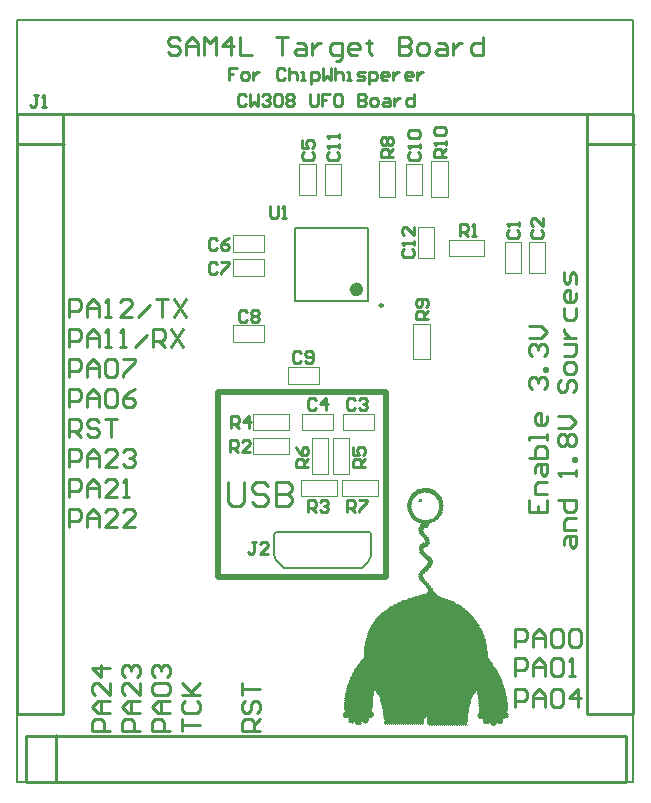
<source format=gto>
G04 Layer_Color=65535*
%FSLAX25Y25*%
%MOIN*%
G70*
G01*
G75*
%ADD16C,0.01000*%
%ADD17C,0.02000*%
%ADD21C,0.00800*%
%ADD23C,0.00500*%
%ADD34C,0.01408*%
%ADD35C,0.00984*%
%ADD36C,0.02362*%
%ADD37C,0.00394*%
%ADD38C,0.00787*%
G36*
X436932Y283506D02*
X437045D01*
Y283393D01*
X437157D01*
Y283506D01*
X437270D01*
Y283393D01*
X437383D01*
Y283506D01*
X437495D01*
Y283393D01*
X437608D01*
Y283506D01*
X437721D01*
Y283393D01*
X437833D01*
Y283281D01*
X438397D01*
Y283168D01*
X438509D01*
Y283055D01*
X438622D01*
Y283168D01*
X438735D01*
Y283055D01*
X438847D01*
Y282943D01*
X438960D01*
Y282830D01*
X439298D01*
Y282717D01*
X439410D01*
Y282605D01*
X439523D01*
Y282492D01*
X439636D01*
Y282605D01*
X439748D01*
Y282492D01*
X439861D01*
Y282380D01*
X439974D01*
Y282267D01*
X440086D01*
Y282154D01*
X440199D01*
Y282042D01*
X440312D01*
Y281929D01*
X440650D01*
Y281816D01*
X440537D01*
Y281704D01*
X440762D01*
Y281591D01*
Y281478D01*
X440875D01*
Y281366D01*
X440988D01*
Y281253D01*
X441100D01*
Y281140D01*
X441213D01*
Y281028D01*
X441326D01*
Y280915D01*
Y280802D01*
Y280690D01*
X441438D01*
Y280577D01*
X441551D01*
Y280464D01*
X441664D01*
Y280352D01*
Y280239D01*
Y280127D01*
X441776D01*
Y280014D01*
Y279901D01*
Y279788D01*
X441889D01*
Y279676D01*
X442002D01*
Y279563D01*
X442114D01*
Y279450D01*
Y279338D01*
Y279225D01*
X442227D01*
Y279113D01*
X442114D01*
Y279000D01*
X442227D01*
Y278887D01*
X442114D01*
Y278775D01*
X442227D01*
Y278662D01*
X442340D01*
Y278549D01*
X442227D01*
Y278437D01*
X442114D01*
Y278324D01*
X442227D01*
Y278211D01*
Y278099D01*
Y277986D01*
X442114D01*
Y277873D01*
X442227D01*
Y277761D01*
X442340D01*
Y277648D01*
X442227D01*
Y277535D01*
X442114D01*
Y277423D01*
X442227D01*
Y277310D01*
Y277197D01*
Y277085D01*
X442114D01*
Y276972D01*
X442227D01*
Y276859D01*
X442340D01*
Y276747D01*
X442227D01*
Y276634D01*
Y276521D01*
Y276409D01*
X442114D01*
Y276296D01*
Y276184D01*
Y276071D01*
X442227D01*
Y275958D01*
X442114D01*
Y275846D01*
X442002D01*
Y275733D01*
X441889D01*
Y275620D01*
X442002D01*
Y275508D01*
X441889D01*
Y275395D01*
X442002D01*
Y275282D01*
X441664D01*
Y275170D01*
X441776D01*
Y275057D01*
X441664D01*
Y274944D01*
Y274832D01*
Y274719D01*
X441551D01*
Y274606D01*
X441438D01*
Y274494D01*
X441551D01*
Y274381D01*
X441213D01*
Y274268D01*
X441326D01*
Y274156D01*
X441213D01*
Y274043D01*
X441100D01*
Y273931D01*
X440988D01*
Y273818D01*
X440875D01*
Y273705D01*
X440762D01*
Y273592D01*
Y273480D01*
Y273367D01*
X440650D01*
Y273255D01*
X440537D01*
Y273142D01*
X440424D01*
Y273029D01*
X440086D01*
Y272917D01*
X439974D01*
Y272804D01*
X439861D01*
Y272691D01*
X439748D01*
Y272579D01*
X439410D01*
Y272466D01*
X439523D01*
Y272353D01*
X439185D01*
Y272241D01*
X439073D01*
Y272128D01*
X438735D01*
Y272015D01*
X438622D01*
Y272128D01*
X438509D01*
Y272015D01*
X438622D01*
Y271903D01*
X438509D01*
Y272015D01*
X438397D01*
Y271903D01*
X438284D01*
Y271790D01*
X438171D01*
Y271903D01*
X437833D01*
Y271790D01*
X437946D01*
Y271677D01*
X437833D01*
Y271790D01*
X437721D01*
Y271677D01*
X437608D01*
Y271565D01*
X437721D01*
Y271452D01*
X437608D01*
Y271339D01*
Y271227D01*
Y271114D01*
X437495D01*
Y271002D01*
X437383D01*
Y270889D01*
X437495D01*
Y270776D01*
X437157D01*
Y270663D01*
X437270D01*
Y270551D01*
X436932D01*
Y270438D01*
X437045D01*
Y270326D01*
X436932D01*
Y270438D01*
X436820D01*
Y270326D01*
X436707D01*
Y270213D01*
X436594D01*
Y270100D01*
X436482D01*
Y270213D01*
X436369D01*
Y270326D01*
X436256D01*
Y270213D01*
X436369D01*
Y270100D01*
X436256D01*
Y270213D01*
X436144D01*
Y270100D01*
X436031D01*
Y270213D01*
X435918D01*
Y270326D01*
X435806D01*
Y270213D01*
X435918D01*
Y270100D01*
X435806D01*
Y269988D01*
X435693D01*
Y269875D01*
X435580D01*
Y269762D01*
X435693D01*
Y269650D01*
X435580D01*
Y269537D01*
X435693D01*
Y269424D01*
X435580D01*
Y269312D01*
X435693D01*
Y269199D01*
X435580D01*
Y269086D01*
X435693D01*
Y268974D01*
X435806D01*
Y268861D01*
X435693D01*
Y268748D01*
X435806D01*
Y268636D01*
X435918D01*
Y268523D01*
X436031D01*
Y268410D01*
X436144D01*
Y268298D01*
X436031D01*
Y268185D01*
X436369D01*
Y268073D01*
X436256D01*
Y267960D01*
X436594D01*
Y267847D01*
X436482D01*
Y267735D01*
X436820D01*
Y267622D01*
X436707D01*
Y267509D01*
X437045D01*
Y267396D01*
X436932D01*
Y267284D01*
X437270D01*
Y267171D01*
X437157D01*
Y267059D01*
X437495D01*
Y266946D01*
X437383D01*
Y266833D01*
X437495D01*
Y266721D01*
X437608D01*
Y266608D01*
Y266495D01*
Y266383D01*
X437721D01*
Y266270D01*
X437608D01*
Y266157D01*
X437721D01*
Y266045D01*
Y265932D01*
Y265819D01*
X437608D01*
Y265707D01*
X437721D01*
Y265594D01*
Y265481D01*
Y265369D01*
X437608D01*
Y265256D01*
X437721D01*
Y265143D01*
Y265031D01*
Y264918D01*
X437608D01*
Y264806D01*
Y264693D01*
X437383D01*
Y264580D01*
X437495D01*
Y264468D01*
X437157D01*
Y264355D01*
X437270D01*
Y264242D01*
X436932D01*
Y264130D01*
X437045D01*
Y264017D01*
X436932D01*
Y264130D01*
X436820D01*
Y264017D01*
X436707D01*
Y263904D01*
X436594D01*
Y263792D01*
X436482D01*
Y263904D01*
X436369D01*
Y264017D01*
X436256D01*
Y263904D01*
X436369D01*
Y263792D01*
X436031D01*
Y263679D01*
X435918D01*
Y263792D01*
X435806D01*
Y263679D01*
Y263566D01*
Y263454D01*
X435693D01*
Y263341D01*
X435580D01*
Y263228D01*
X435693D01*
Y263116D01*
X435580D01*
Y263003D01*
X435693D01*
Y262890D01*
X435580D01*
Y262778D01*
X435806D01*
Y262665D01*
Y262552D01*
X435918D01*
Y262440D01*
Y262327D01*
Y262214D01*
X436031D01*
Y262102D01*
X436144D01*
Y261989D01*
X436256D01*
Y261877D01*
X436369D01*
Y261764D01*
X436482D01*
Y261651D01*
X436594D01*
Y261539D01*
X436707D01*
Y261426D01*
X436820D01*
Y261313D01*
X436932D01*
Y261201D01*
X437045D01*
Y261088D01*
X437157D01*
Y260975D01*
X437270D01*
Y260863D01*
X437383D01*
Y260750D01*
X437721D01*
Y260637D01*
X437833D01*
Y260525D01*
X437946D01*
Y260412D01*
X438059D01*
Y260299D01*
X438171D01*
Y260187D01*
X438284D01*
Y260074D01*
X438397D01*
Y259961D01*
X438509D01*
Y259849D01*
Y259736D01*
Y259623D01*
X438622D01*
Y259511D01*
X438509D01*
Y259398D01*
X438847D01*
Y259285D01*
X438735D01*
Y259173D01*
X438847D01*
Y259060D01*
X438735D01*
Y258947D01*
X438847D01*
Y258835D01*
X438735D01*
Y258722D01*
X438847D01*
Y258610D01*
X438735D01*
Y258497D01*
X438847D01*
Y258384D01*
X438735D01*
Y258272D01*
X438622D01*
Y258159D01*
X438509D01*
Y258046D01*
X438622D01*
Y257934D01*
X438509D01*
Y257821D01*
X438397D01*
Y257708D01*
X438284D01*
Y257596D01*
X438397D01*
Y257483D01*
X438284D01*
Y257370D01*
X438171D01*
Y257258D01*
X438059D01*
Y257145D01*
X438171D01*
Y257032D01*
X437833D01*
Y256920D01*
X437946D01*
Y256807D01*
X437608D01*
Y256694D01*
X437721D01*
Y256582D01*
X437608D01*
Y256469D01*
X437495D01*
Y256356D01*
X437383D01*
Y256244D01*
X437270D01*
Y256131D01*
X437157D01*
Y256018D01*
X437045D01*
Y255906D01*
X436932D01*
Y255793D01*
X436820D01*
Y255680D01*
X436707D01*
Y255568D01*
X436594D01*
Y255455D01*
X436482D01*
Y255343D01*
X436369D01*
Y255455D01*
X436256D01*
Y255343D01*
X436369D01*
Y255230D01*
X436031D01*
Y255117D01*
X436144D01*
Y255005D01*
X435806D01*
Y254892D01*
X435918D01*
Y254779D01*
X435580D01*
Y254667D01*
X435693D01*
Y254554D01*
X435580D01*
Y254441D01*
X435468D01*
Y254329D01*
Y254216D01*
Y254103D01*
X435355D01*
Y253991D01*
X435468D01*
Y253878D01*
X435580D01*
Y253765D01*
X435693D01*
Y253653D01*
X435580D01*
Y253540D01*
X435693D01*
Y253427D01*
X435806D01*
Y253315D01*
X435918D01*
Y253202D01*
X435806D01*
Y253089D01*
X436144D01*
Y252977D01*
X436031D01*
Y252864D01*
X436369D01*
Y252751D01*
X436256D01*
Y252639D01*
X436594D01*
Y252526D01*
X436482D01*
Y252414D01*
X436820D01*
Y252301D01*
X436707D01*
Y252188D01*
X437045D01*
Y252076D01*
X436932D01*
Y251963D01*
X437270D01*
Y251850D01*
X437157D01*
Y251738D01*
X437495D01*
Y251625D01*
X437383D01*
Y251512D01*
X437721D01*
Y251400D01*
X437608D01*
Y251287D01*
X437721D01*
Y251174D01*
X437833D01*
Y251062D01*
X437946D01*
Y250949D01*
X438059D01*
Y250836D01*
X438171D01*
Y250724D01*
Y250611D01*
Y250499D01*
X438284D01*
Y250386D01*
X438397D01*
Y250273D01*
X438509D01*
Y250161D01*
X438622D01*
Y250048D01*
X438509D01*
Y249935D01*
X438622D01*
Y249822D01*
X438735D01*
Y249710D01*
X438847D01*
Y249597D01*
X438735D01*
Y249485D01*
X438847D01*
Y249372D01*
X438960D01*
Y249259D01*
X439073D01*
Y249147D01*
X438960D01*
Y249034D01*
X439298D01*
Y248921D01*
X439185D01*
Y248809D01*
X439523D01*
Y248696D01*
X439410D01*
Y248583D01*
X439748D01*
Y248471D01*
X439636D01*
Y248358D01*
X439974D01*
Y248245D01*
X439861D01*
Y248133D01*
X440199D01*
Y248020D01*
X440086D01*
Y247907D01*
X440424D01*
Y247795D01*
X440537D01*
Y247682D01*
X440650D01*
Y247569D01*
X440762D01*
Y247457D01*
X440875D01*
Y247569D01*
X440988D01*
Y247457D01*
X441100D01*
Y247344D01*
X441213D01*
Y247232D01*
X441551D01*
Y247119D01*
X441664D01*
Y247006D01*
X441776D01*
Y247119D01*
X441889D01*
Y247006D01*
X442227D01*
Y246894D01*
X442340D01*
Y247006D01*
X442452D01*
Y246894D01*
X442565D01*
Y246781D01*
X442903D01*
Y246668D01*
X443015D01*
Y246555D01*
X443128D01*
Y246668D01*
X443241D01*
Y246555D01*
X443579D01*
Y246443D01*
X443691D01*
Y246555D01*
X443804D01*
Y246443D01*
X443917D01*
Y246330D01*
X444255D01*
Y246218D01*
X444367D01*
Y246105D01*
X444480D01*
Y246218D01*
X444593D01*
Y246105D01*
X444705D01*
Y245992D01*
X444818D01*
Y245880D01*
X444931D01*
Y245992D01*
X444818D01*
Y246105D01*
X444931D01*
Y245992D01*
X445043D01*
Y245880D01*
X445381D01*
Y245767D01*
X445494D01*
Y245654D01*
X445607D01*
Y245767D01*
X445719D01*
Y245654D01*
X445832D01*
Y245542D01*
X445944D01*
Y245429D01*
X446282D01*
Y245316D01*
X446395D01*
Y245204D01*
X446733D01*
Y245091D01*
X446846D01*
Y244978D01*
X446958D01*
Y244866D01*
X447071D01*
Y244753D01*
X447184D01*
Y244866D01*
X447071D01*
Y244978D01*
X447184D01*
Y244866D01*
X447296D01*
Y244753D01*
X447409D01*
Y244640D01*
X447522D01*
Y244528D01*
X447860D01*
Y244415D01*
X447972D01*
Y244303D01*
X448085D01*
Y244190D01*
X448198D01*
Y244077D01*
X448310D01*
Y243965D01*
X448423D01*
Y243852D01*
X448535D01*
Y243965D01*
X448423D01*
Y244077D01*
X448535D01*
Y243965D01*
X448648D01*
Y243852D01*
X448761D01*
Y243739D01*
X448874D01*
Y243626D01*
X448986D01*
Y243514D01*
X449099D01*
Y243401D01*
X449211D01*
Y243514D01*
X449324D01*
Y243401D01*
X449437D01*
Y243289D01*
Y243176D01*
X449662D01*
Y243063D01*
X449775D01*
Y242951D01*
X449887D01*
Y242838D01*
X449775D01*
Y242725D01*
X450113D01*
Y242613D01*
X450225D01*
Y242500D01*
X450338D01*
Y242387D01*
X450451D01*
Y242275D01*
X450563D01*
Y242162D01*
X450676D01*
Y242049D01*
X450789D01*
Y241937D01*
X450901D01*
Y241824D01*
X451239D01*
Y241711D01*
X451126D01*
Y241599D01*
X451239D01*
Y241486D01*
X451352D01*
Y241373D01*
X451690D01*
Y241261D01*
X451577D01*
Y241148D01*
X451690D01*
Y241036D01*
X451802D01*
Y240923D01*
X451915D01*
Y240810D01*
X452028D01*
Y240698D01*
X452140D01*
Y240585D01*
X452253D01*
Y240472D01*
X452366D01*
Y240360D01*
X452478D01*
Y240247D01*
X452591D01*
Y240134D01*
X452478D01*
Y240022D01*
X452591D01*
Y239909D01*
X452704D01*
Y239796D01*
X452816D01*
Y239684D01*
X452929D01*
Y239571D01*
X453042D01*
Y239458D01*
X453154D01*
Y239346D01*
X453267D01*
Y239233D01*
X453154D01*
Y239346D01*
X453042D01*
Y239233D01*
X453154D01*
Y239120D01*
X453492D01*
Y239008D01*
X453380D01*
Y238895D01*
X453492D01*
Y238782D01*
X453605D01*
Y238670D01*
X453718D01*
Y238557D01*
X453830D01*
Y238444D01*
X453943D01*
Y238332D01*
X453830D01*
Y238219D01*
X453943D01*
Y238106D01*
X454056D01*
Y237994D01*
X454168D01*
Y237881D01*
X454056D01*
Y237994D01*
X453943D01*
Y237881D01*
X454056D01*
Y237769D01*
X454393D01*
Y237656D01*
X454281D01*
Y237543D01*
X454393D01*
Y237431D01*
X454506D01*
Y237318D01*
Y237205D01*
Y237093D01*
X454619D01*
Y236980D01*
X454506D01*
Y236867D01*
X454844D01*
Y236755D01*
X454732D01*
Y236642D01*
X454844D01*
Y236529D01*
X454732D01*
Y236417D01*
X454957D01*
Y236304D01*
Y236191D01*
X455069D01*
Y236079D01*
X454957D01*
Y235966D01*
X455295D01*
Y235853D01*
X455182D01*
Y235741D01*
X455295D01*
Y235628D01*
X455407D01*
Y235515D01*
Y235403D01*
Y235290D01*
X455520D01*
Y235177D01*
X455407D01*
Y235065D01*
X455520D01*
Y234952D01*
X455633D01*
Y234840D01*
X455745D01*
Y234727D01*
X455633D01*
Y234614D01*
X455745D01*
Y234502D01*
X455858D01*
Y234389D01*
X455745D01*
Y234276D01*
X455858D01*
Y234164D01*
X455971D01*
Y234051D01*
X455858D01*
Y233938D01*
X455971D01*
Y233826D01*
X455858D01*
Y233713D01*
X456196D01*
Y233600D01*
X456083D01*
Y233488D01*
X456196D01*
Y233375D01*
X456083D01*
Y233262D01*
X456196D01*
Y233150D01*
X456309D01*
Y233037D01*
X456196D01*
Y232924D01*
X456309D01*
Y232812D01*
Y232699D01*
Y232587D01*
X456421D01*
Y232474D01*
X456309D01*
Y232361D01*
X456421D01*
Y232248D01*
X456309D01*
Y232136D01*
X456421D01*
Y232023D01*
X456534D01*
Y231910D01*
X456647D01*
Y231798D01*
X456534D01*
Y231685D01*
X456647D01*
Y231573D01*
X456534D01*
Y231460D01*
X456647D01*
Y231347D01*
X456534D01*
Y231235D01*
X456647D01*
Y231122D01*
X456759D01*
Y231009D01*
Y230897D01*
Y230784D01*
X456647D01*
Y230671D01*
X456759D01*
Y230559D01*
Y230446D01*
Y230333D01*
X456872D01*
Y230221D01*
X456759D01*
Y230108D01*
X456872D01*
Y229995D01*
X456759D01*
Y229883D01*
X456872D01*
Y229770D01*
X456759D01*
Y229658D01*
X456872D01*
Y229545D01*
X456759D01*
Y229432D01*
X456872D01*
Y229320D01*
X456759D01*
Y229207D01*
X457097D01*
Y229094D01*
X456985D01*
Y228981D01*
X457097D01*
Y228869D01*
X456985D01*
Y228756D01*
X457097D01*
Y228644D01*
X456985D01*
Y228531D01*
X457097D01*
Y228418D01*
X456985D01*
Y228306D01*
X457097D01*
Y228193D01*
X456985D01*
Y228080D01*
X457097D01*
Y227968D01*
X456985D01*
Y227855D01*
X457097D01*
Y227742D01*
X456985D01*
Y227630D01*
X457097D01*
Y227517D01*
X456985D01*
Y227404D01*
X457097D01*
Y227292D01*
X456985D01*
Y227179D01*
X457097D01*
Y227066D01*
X456985D01*
Y226954D01*
X457097D01*
Y226841D01*
X457210D01*
Y226728D01*
X457323D01*
Y226616D01*
X457435D01*
Y226503D01*
X457548D01*
Y226391D01*
X457660D01*
Y226278D01*
X457773D01*
Y226165D01*
X457660D01*
Y226052D01*
X457998D01*
Y225940D01*
X457886D01*
Y225827D01*
X458224D01*
Y225715D01*
X458111D01*
Y225602D01*
X458224D01*
Y225489D01*
X458336D01*
Y225377D01*
X458449D01*
Y225264D01*
X458562D01*
Y225151D01*
X458674D01*
Y225039D01*
X458562D01*
Y224926D01*
X458674D01*
Y224813D01*
X458787D01*
Y224701D01*
X458900D01*
Y224588D01*
X459012D01*
Y224475D01*
X459125D01*
Y224363D01*
X459012D01*
Y224475D01*
X458900D01*
Y224363D01*
X459012D01*
Y224250D01*
X459350D01*
Y224137D01*
X459238D01*
Y224025D01*
X459350D01*
Y223912D01*
X459463D01*
Y223799D01*
X459576D01*
Y223687D01*
Y223574D01*
Y223462D01*
X459688D01*
Y223349D01*
X459801D01*
Y223236D01*
X459914D01*
Y223124D01*
X460026D01*
Y223011D01*
X459914D01*
Y222898D01*
X460252D01*
Y222786D01*
X460139D01*
Y222673D01*
X460252D01*
Y222560D01*
X460364D01*
Y222448D01*
Y222335D01*
Y222222D01*
X460477D01*
Y222110D01*
Y221997D01*
X460702D01*
Y221884D01*
X460590D01*
Y221772D01*
X460702D01*
Y221659D01*
X460815D01*
Y221546D01*
Y221434D01*
Y221321D01*
X460927D01*
Y221208D01*
X461040D01*
Y221096D01*
X461153D01*
Y220983D01*
X461040D01*
Y220870D01*
X461153D01*
Y220758D01*
X461265D01*
Y220645D01*
Y220532D01*
Y220420D01*
X461378D01*
Y220307D01*
Y220195D01*
X461603D01*
Y220082D01*
X461491D01*
Y219969D01*
X461603D01*
Y219857D01*
X461716D01*
Y219744D01*
Y219631D01*
Y219519D01*
X461829D01*
Y219406D01*
X461716D01*
Y219293D01*
X461829D01*
Y219181D01*
X461941D01*
Y219068D01*
X462054D01*
Y218955D01*
X461941D01*
Y218843D01*
X462054D01*
Y218730D01*
X462167D01*
Y218617D01*
X462054D01*
Y218730D01*
X461941D01*
Y218617D01*
X462054D01*
Y218505D01*
X462167D01*
Y218392D01*
X462279D01*
Y218279D01*
Y218167D01*
Y218054D01*
Y217941D01*
X462505D01*
Y217829D01*
X462392D01*
Y217716D01*
X462505D01*
Y217603D01*
X462392D01*
Y217491D01*
X462505D01*
Y217378D01*
X462617D01*
Y217266D01*
X462505D01*
Y217153D01*
X462617D01*
Y217040D01*
Y216928D01*
Y216815D01*
X462730D01*
Y216702D01*
Y216590D01*
Y216477D01*
X462843D01*
Y216364D01*
X462955D01*
Y216252D01*
X462843D01*
Y216139D01*
X462955D01*
Y216026D01*
X462843D01*
Y215914D01*
X462955D01*
Y215801D01*
X463068D01*
Y215688D01*
Y215576D01*
Y215463D01*
Y215350D01*
Y215238D01*
Y215125D01*
Y215012D01*
X463180D01*
Y214900D01*
Y214787D01*
Y214674D01*
Y214562D01*
Y214449D01*
Y214336D01*
X463406D01*
Y214224D01*
X463293D01*
Y214111D01*
X463406D01*
Y213999D01*
X463293D01*
Y213886D01*
X463406D01*
Y213773D01*
X463293D01*
Y213661D01*
X463406D01*
Y213548D01*
X463293D01*
Y213435D01*
X463406D01*
Y213323D01*
X463518D01*
Y213210D01*
Y213097D01*
Y212985D01*
Y212872D01*
Y212759D01*
Y212647D01*
Y212534D01*
Y212421D01*
Y212309D01*
Y212196D01*
Y212083D01*
X463631D01*
Y211971D01*
Y211858D01*
Y211746D01*
Y211633D01*
Y211520D01*
Y211407D01*
Y211295D01*
Y211182D01*
Y211069D01*
Y210957D01*
Y210844D01*
Y210732D01*
Y210619D01*
Y210506D01*
Y210394D01*
Y210281D01*
Y210168D01*
Y210056D01*
Y209943D01*
Y209830D01*
Y209718D01*
Y209605D01*
Y209492D01*
Y209380D01*
Y209267D01*
X463518D01*
Y209154D01*
X463406D01*
Y209042D01*
X463518D01*
Y208929D01*
Y208817D01*
Y208704D01*
X463631D01*
Y208591D01*
X463744D01*
Y208478D01*
X463856D01*
Y208366D01*
X463744D01*
Y208253D01*
X463856D01*
Y208140D01*
X463969D01*
Y208028D01*
Y207915D01*
Y207803D01*
X463856D01*
Y207690D01*
X463969D01*
Y207577D01*
Y207465D01*
Y207352D01*
X463856D01*
Y207239D01*
X463744D01*
Y207127D01*
X463856D01*
Y207014D01*
X463744D01*
Y207127D01*
X463631D01*
Y207014D01*
X463518D01*
Y206901D01*
X463406D01*
Y206789D01*
X463180D01*
Y206676D01*
Y206563D01*
X463068D01*
Y206676D01*
X462955D01*
Y206789D01*
X462843D01*
Y206676D01*
X462955D01*
Y206563D01*
X462843D01*
Y206676D01*
X462730D01*
Y206563D01*
X462617D01*
Y206676D01*
X462505D01*
Y206563D01*
X462392D01*
Y206676D01*
X462279D01*
Y206789D01*
X462167D01*
Y206676D01*
Y206563D01*
Y206451D01*
X462279D01*
Y206338D01*
X462167D01*
Y206225D01*
X462279D01*
Y206113D01*
X462167D01*
Y206000D01*
X462279D01*
Y205888D01*
Y205775D01*
Y205662D01*
X462167D01*
Y205550D01*
Y205437D01*
Y205324D01*
X462054D01*
Y205211D01*
X461941D01*
Y205099D01*
X461829D01*
Y204986D01*
X461491D01*
Y204874D01*
X461603D01*
Y204761D01*
X461491D01*
Y204874D01*
X461378D01*
Y204761D01*
X461265D01*
Y204874D01*
X461153D01*
Y204986D01*
X461040D01*
Y204874D01*
X461153D01*
Y204761D01*
X461040D01*
Y204874D01*
X460927D01*
Y204761D01*
X460815D01*
Y204874D01*
X460702D01*
Y204761D01*
X460590D01*
Y204874D01*
X460477D01*
Y204986D01*
X460364D01*
Y205099D01*
X460252D01*
Y205211D01*
X460139D01*
Y205324D01*
X460026D01*
Y205211D01*
X459914D01*
Y205099D01*
X460026D01*
Y204986D01*
X459914D01*
Y204874D01*
Y204761D01*
Y204648D01*
X459801D01*
Y204536D01*
X459576D01*
Y204423D01*
Y204310D01*
X459463D01*
Y204423D01*
X459350D01*
Y204310D01*
X459238D01*
Y204198D01*
X459125D01*
Y204310D01*
X459012D01*
Y204198D01*
X458900D01*
Y204310D01*
X458787D01*
Y204198D01*
X458674D01*
Y204310D01*
X458336D01*
Y204423D01*
X458224D01*
Y204536D01*
X458111D01*
Y204648D01*
X457998D01*
Y204761D01*
X457886D01*
Y204874D01*
X457773D01*
Y204986D01*
X457660D01*
Y205099D01*
X457773D01*
Y205211D01*
Y205324D01*
Y205437D01*
X457660D01*
Y205324D01*
X457548D01*
Y205211D01*
X457435D01*
Y205099D01*
X457323D01*
Y204986D01*
X456985D01*
Y204874D01*
X457097D01*
Y204761D01*
X456985D01*
Y204874D01*
X456872D01*
Y204761D01*
X456759D01*
Y204874D01*
X456647D01*
Y204986D01*
X456534D01*
Y204874D01*
X456647D01*
Y204761D01*
X456534D01*
Y204874D01*
X456421D01*
Y204761D01*
X456309D01*
Y204874D01*
X456196D01*
Y204986D01*
X455858D01*
Y205099D01*
X455745D01*
Y205211D01*
X455633D01*
Y205324D01*
X455520D01*
Y205437D01*
X455407D01*
Y205550D01*
X455520D01*
Y205662D01*
X455407D01*
Y205775D01*
Y205888D01*
Y206000D01*
X455295D01*
Y206113D01*
X455407D01*
Y206225D01*
Y206338D01*
Y206451D01*
X455295D01*
Y206563D01*
X455182D01*
Y206451D01*
X455069D01*
Y206563D01*
X454957D01*
Y206451D01*
X454844D01*
Y206563D01*
X454732D01*
Y206451D01*
X454619D01*
Y206563D01*
X454281D01*
Y206676D01*
X454168D01*
Y206789D01*
X454056D01*
Y206901D01*
X453943D01*
Y207014D01*
X453830D01*
Y207127D01*
X453943D01*
Y207239D01*
X453605D01*
Y207352D01*
X453718D01*
Y207465D01*
X453605D01*
Y207577D01*
X453718D01*
Y207690D01*
X453605D01*
Y207803D01*
X453718D01*
Y207915D01*
X453605D01*
Y208028D01*
X453718D01*
Y208140D01*
X453605D01*
Y208253D01*
X453830D01*
Y208366D01*
Y208478D01*
X454056D01*
Y208591D01*
Y208704D01*
X454281D01*
Y208817D01*
Y208929D01*
X454393D01*
Y209042D01*
X454281D01*
Y209154D01*
X454168D01*
Y209267D01*
X454056D01*
Y209380D01*
X454168D01*
Y209492D01*
X454056D01*
Y209605D01*
X454168D01*
Y209718D01*
X454056D01*
Y209830D01*
X454168D01*
Y209943D01*
X454056D01*
Y210056D01*
X454168D01*
Y210168D01*
X454056D01*
Y210281D01*
X454168D01*
Y210394D01*
X454056D01*
Y210506D01*
X454168D01*
Y210619D01*
X454056D01*
Y210732D01*
X454168D01*
Y210844D01*
X454056D01*
Y210957D01*
X453943D01*
Y211069D01*
X454056D01*
Y210957D01*
X454168D01*
Y211069D01*
X454056D01*
Y211182D01*
Y211295D01*
Y211407D01*
X453943D01*
Y211520D01*
X454056D01*
Y211633D01*
X453943D01*
Y211746D01*
X454056D01*
Y211858D01*
X453943D01*
Y211971D01*
X454056D01*
Y212083D01*
Y212196D01*
Y212309D01*
X453943D01*
Y212421D01*
X454056D01*
Y212534D01*
X453943D01*
Y212647D01*
X454056D01*
Y212759D01*
X453943D01*
Y212872D01*
X454056D01*
Y212985D01*
X453943D01*
Y213097D01*
X453830D01*
Y213210D01*
X453943D01*
Y213323D01*
X453830D01*
Y213435D01*
X453943D01*
Y213548D01*
X453830D01*
Y213661D01*
X453943D01*
Y213773D01*
X453830D01*
Y213886D01*
X453943D01*
Y213999D01*
X453830D01*
Y214111D01*
X453718D01*
Y214224D01*
X453605D01*
Y214336D01*
X453718D01*
Y214449D01*
X453605D01*
Y214562D01*
X453718D01*
Y214674D01*
X453605D01*
Y214787D01*
X453718D01*
Y214900D01*
X453605D01*
Y215012D01*
X453492D01*
Y215125D01*
X453605D01*
Y215238D01*
X453492D01*
Y215350D01*
X453605D01*
Y215463D01*
X453492D01*
Y215576D01*
X453380D01*
Y215688D01*
X453492D01*
Y215801D01*
X453154D01*
Y215688D01*
X453267D01*
Y215576D01*
X453154D01*
Y215463D01*
X453042D01*
Y215350D01*
X452929D01*
Y215238D01*
X452816D01*
Y215125D01*
X452704D01*
Y215012D01*
X452816D01*
Y214900D01*
X452704D01*
Y214787D01*
X452591D01*
Y214674D01*
X452478D01*
Y214562D01*
X452366D01*
Y214449D01*
X452253D01*
Y214336D01*
X452140D01*
Y214224D01*
X452028D01*
Y214111D01*
Y213999D01*
X451802D01*
Y213886D01*
X451915D01*
Y213773D01*
X451802D01*
Y213661D01*
X451690D01*
Y213548D01*
X451802D01*
Y213435D01*
X451690D01*
Y213323D01*
X451577D01*
Y213210D01*
X451690D01*
Y213097D01*
X451577D01*
Y212985D01*
X451690D01*
Y212872D01*
X451577D01*
Y212759D01*
Y212647D01*
X451352D01*
Y212534D01*
X451465D01*
Y212421D01*
X451352D01*
Y212309D01*
X451465D01*
Y212196D01*
X451352D01*
Y212083D01*
X451465D01*
Y211971D01*
X451352D01*
Y211858D01*
X451239D01*
Y211746D01*
X451352D01*
Y211633D01*
X451239D01*
Y211520D01*
X451126D01*
Y211407D01*
Y211295D01*
Y211182D01*
X451239D01*
Y211069D01*
X451126D01*
Y210957D01*
Y210844D01*
X450901D01*
Y210732D01*
X451014D01*
Y210619D01*
X450901D01*
Y210506D01*
X451014D01*
Y210394D01*
X450901D01*
Y210281D01*
X451014D01*
Y210168D01*
X450901D01*
Y210056D01*
X450789D01*
Y209943D01*
Y209830D01*
Y209718D01*
X450901D01*
Y209605D01*
X450789D01*
Y209492D01*
Y209380D01*
Y209267D01*
X450676D01*
Y209154D01*
Y209042D01*
Y208929D01*
X450789D01*
Y208817D01*
X450676D01*
Y208704D01*
Y208591D01*
X450451D01*
Y208478D01*
X450563D01*
Y208366D01*
X450451D01*
Y208253D01*
X450563D01*
Y208140D01*
X450451D01*
Y208028D01*
X450563D01*
Y207915D01*
X450451D01*
Y207803D01*
X450563D01*
Y207690D01*
X450451D01*
Y207577D01*
X450563D01*
Y207465D01*
X450451D01*
Y207352D01*
X450338D01*
Y207239D01*
Y207127D01*
Y207014D01*
X450451D01*
Y206901D01*
X450338D01*
Y206789D01*
Y206676D01*
Y206563D01*
X450451D01*
Y206451D01*
X450338D01*
Y206338D01*
X450451D01*
Y206225D01*
X450338D01*
Y206113D01*
X450451D01*
Y206000D01*
X450338D01*
Y205888D01*
X450225D01*
Y205775D01*
X450338D01*
Y205662D01*
X450225D01*
Y205550D01*
X450338D01*
Y205437D01*
X450225D01*
Y205324D01*
X450338D01*
Y205211D01*
X450225D01*
Y205099D01*
Y204986D01*
Y204874D01*
X450338D01*
Y204761D01*
X450225D01*
Y204648D01*
X450338D01*
Y204536D01*
X450225D01*
Y204423D01*
X450338D01*
Y204310D01*
X450225D01*
Y204423D01*
X450113D01*
Y204310D01*
X450000D01*
Y204423D01*
X449887D01*
Y204310D01*
X449775D01*
Y204423D01*
X449662D01*
Y204310D01*
X449549D01*
Y204423D01*
X449437D01*
Y204310D01*
X449324D01*
Y204423D01*
X449211D01*
Y204310D01*
X449099D01*
Y204423D01*
X448986D01*
Y204310D01*
X448874D01*
Y204423D01*
X448761D01*
Y204310D01*
X448648D01*
Y204423D01*
X448535D01*
Y204310D01*
X448423D01*
Y204423D01*
X448310D01*
Y204310D01*
X448198D01*
Y204423D01*
X448085D01*
Y204310D01*
X447972D01*
Y204423D01*
X447860D01*
Y204310D01*
X447747D01*
Y204423D01*
X447634D01*
Y204310D01*
X447522D01*
Y204423D01*
X447409D01*
Y204310D01*
X447296D01*
Y204423D01*
X447184D01*
Y204310D01*
X447071D01*
Y204423D01*
X446958D01*
Y204310D01*
X446846D01*
Y204423D01*
X446733D01*
Y204310D01*
X446620D01*
Y204423D01*
X446508D01*
Y204310D01*
X446395D01*
Y204423D01*
X446282D01*
Y204310D01*
X446170D01*
Y204423D01*
X446057D01*
Y204310D01*
X445944D01*
Y204423D01*
X445832D01*
Y204310D01*
X445719D01*
Y204423D01*
X445607D01*
Y204310D01*
X445494D01*
Y204423D01*
X445381D01*
Y204310D01*
X445268D01*
Y204423D01*
X445156D01*
Y204310D01*
X445043D01*
Y204423D01*
X444931D01*
Y204310D01*
X444818D01*
Y204423D01*
X444705D01*
Y204310D01*
X444593D01*
Y204423D01*
X444480D01*
Y204310D01*
X444367D01*
Y204423D01*
X444255D01*
Y204310D01*
X444142D01*
Y204423D01*
X444029D01*
Y204310D01*
X443917D01*
Y204423D01*
X443804D01*
Y204310D01*
X443691D01*
Y204423D01*
X443579D01*
Y204310D01*
X443466D01*
Y204423D01*
X443353D01*
Y204310D01*
X443241D01*
Y204423D01*
X443128D01*
Y204310D01*
X443015D01*
Y204423D01*
X442903D01*
Y204310D01*
X442790D01*
Y204423D01*
X442677D01*
Y204310D01*
X442565D01*
Y204423D01*
X442452D01*
Y204310D01*
X442340D01*
Y204423D01*
X442227D01*
Y204310D01*
X442114D01*
Y204423D01*
X442002D01*
Y204310D01*
X441889D01*
Y204423D01*
X441776D01*
Y204310D01*
X441664D01*
Y204423D01*
X441551D01*
Y204310D01*
X441438D01*
Y204423D01*
X441326D01*
Y204310D01*
X441213D01*
Y204423D01*
X441100D01*
Y204310D01*
X440988D01*
Y204423D01*
X440875D01*
Y204310D01*
X440762D01*
Y204423D01*
X440650D01*
Y204310D01*
X440537D01*
Y204423D01*
X440424D01*
Y204310D01*
X440312D01*
Y204423D01*
X440199D01*
Y204310D01*
X440086D01*
Y204423D01*
X439974D01*
Y204310D01*
X439861D01*
Y204423D01*
X439748D01*
Y204310D01*
X439636D01*
Y204423D01*
X439523D01*
Y204310D01*
X439410D01*
Y204423D01*
X439298D01*
Y204310D01*
X439185D01*
Y204423D01*
X439073D01*
Y204310D01*
X438960D01*
Y204423D01*
X438847D01*
Y204310D01*
X438735D01*
Y204423D01*
X438622D01*
Y204310D01*
X438509D01*
Y204423D01*
X438397D01*
Y204310D01*
X438284D01*
Y204423D01*
X438171D01*
Y204310D01*
X438059D01*
Y204423D01*
X437946D01*
Y204310D01*
X437833D01*
Y204423D01*
X437721D01*
Y204310D01*
X437608D01*
Y204423D01*
X437495D01*
Y204310D01*
X437383D01*
Y204423D01*
X437270D01*
Y204310D01*
X437157D01*
Y204423D01*
X437045D01*
Y204536D01*
X436932D01*
Y204648D01*
X437045D01*
Y204761D01*
X436932D01*
Y204874D01*
X437045D01*
Y204986D01*
X436932D01*
Y205099D01*
X436820D01*
Y205211D01*
X436707D01*
Y205324D01*
X436820D01*
Y205437D01*
Y205550D01*
Y205662D01*
X436707D01*
Y205775D01*
X436820D01*
Y205888D01*
Y206000D01*
Y206113D01*
X436707D01*
Y206225D01*
X436820D01*
Y206338D01*
Y206451D01*
Y206563D01*
X436707D01*
Y206676D01*
X436820D01*
Y206789D01*
X436707D01*
Y206901D01*
Y207014D01*
Y207127D01*
X436594D01*
Y207014D01*
X436482D01*
Y207127D01*
X436369D01*
Y207239D01*
X436256D01*
Y207127D01*
X436369D01*
Y207014D01*
X436256D01*
Y207127D01*
X436144D01*
Y207014D01*
X436031D01*
Y206901D01*
X436144D01*
Y206789D01*
X436031D01*
Y206676D01*
X436144D01*
Y206563D01*
X436031D01*
Y206676D01*
X435918D01*
Y206789D01*
X435806D01*
Y206676D01*
X435918D01*
Y206563D01*
Y206451D01*
Y206338D01*
X435806D01*
Y206225D01*
X435918D01*
Y206113D01*
Y206000D01*
Y205888D01*
X435806D01*
Y205775D01*
X435918D01*
Y205662D01*
Y205550D01*
Y205437D01*
X435806D01*
Y205324D01*
X435918D01*
Y205211D01*
X435806D01*
Y205099D01*
Y204986D01*
Y204874D01*
X435693D01*
Y204761D01*
X435580D01*
Y204648D01*
X435468D01*
Y204761D01*
X435355D01*
Y204648D01*
X435242D01*
Y204761D01*
X435130D01*
Y204648D01*
X435017D01*
Y204761D01*
X434904D01*
Y204648D01*
X434792D01*
Y204761D01*
X434679D01*
Y204648D01*
X434566D01*
Y204761D01*
X434454D01*
Y204648D01*
X434341D01*
Y204761D01*
X434228D01*
Y204648D01*
X434116D01*
Y204761D01*
X434003D01*
Y204648D01*
X433890D01*
Y204761D01*
X433778D01*
Y204648D01*
X433665D01*
Y204761D01*
X433553D01*
Y204648D01*
X433440D01*
Y204761D01*
X433327D01*
Y204648D01*
X433215D01*
Y204761D01*
X433102D01*
Y204648D01*
X432989D01*
Y204761D01*
X432877D01*
Y204648D01*
X432764D01*
Y204761D01*
X432651D01*
Y204648D01*
X432539D01*
Y204761D01*
X432426D01*
Y204648D01*
X432313D01*
Y204761D01*
X432201D01*
Y204648D01*
X432088D01*
Y204761D01*
X431975D01*
Y204648D01*
X431863D01*
Y204761D01*
X431750D01*
Y204648D01*
X431637D01*
Y204761D01*
X431525D01*
Y204648D01*
X431412D01*
Y204761D01*
X431299D01*
Y204648D01*
X431187D01*
Y204761D01*
X431074D01*
Y204648D01*
X430962D01*
Y204761D01*
X430849D01*
Y204648D01*
X430736D01*
Y204761D01*
X430623D01*
Y204648D01*
X430511D01*
Y204761D01*
X430398D01*
Y204648D01*
X430286D01*
Y204761D01*
X430173D01*
Y204648D01*
X430060D01*
Y204761D01*
X429948D01*
Y204648D01*
X429835D01*
Y204761D01*
X429722D01*
Y204648D01*
X429610D01*
Y204761D01*
X429497D01*
Y204648D01*
X429384D01*
Y204761D01*
X429272D01*
Y204648D01*
X429159D01*
Y204761D01*
X429046D01*
Y204648D01*
X428934D01*
Y204761D01*
X428821D01*
Y204648D01*
X428708D01*
Y204761D01*
X428596D01*
Y204648D01*
X428483D01*
Y204761D01*
X428370D01*
Y204648D01*
X428258D01*
Y204761D01*
X428145D01*
Y204648D01*
X428032D01*
Y204761D01*
X427920D01*
Y204648D01*
X427807D01*
Y204761D01*
X427695D01*
Y204648D01*
X427582D01*
Y204761D01*
X427469D01*
Y204648D01*
X427356D01*
Y204761D01*
X427244D01*
Y204648D01*
X427131D01*
Y204761D01*
X427019D01*
Y204648D01*
X426906D01*
Y204761D01*
X426793D01*
Y204648D01*
X426681D01*
Y204761D01*
X426568D01*
Y204648D01*
X426455D01*
Y204761D01*
X426343D01*
Y204648D01*
X426230D01*
Y204761D01*
X426117D01*
Y204648D01*
X426005D01*
Y204761D01*
X425892D01*
Y204648D01*
X425779D01*
Y204761D01*
X425667D01*
Y204648D01*
X425554D01*
Y204761D01*
X425441D01*
Y204648D01*
X425329D01*
Y204761D01*
X425216D01*
Y204648D01*
X425104D01*
Y204761D01*
X424991D01*
Y204648D01*
X424878D01*
Y204761D01*
X424765D01*
Y204648D01*
X424653D01*
Y204761D01*
X424540D01*
Y204648D01*
X424428D01*
Y204761D01*
X424315D01*
Y204648D01*
X424202D01*
Y204761D01*
X424090D01*
Y204648D01*
X423977D01*
Y204761D01*
X423864D01*
Y204648D01*
X423752D01*
Y204761D01*
X423639D01*
Y204648D01*
X423526D01*
Y204761D01*
X423414D01*
Y204648D01*
X423301D01*
Y204761D01*
X423188D01*
Y204648D01*
X423076D01*
Y204761D01*
X422963D01*
Y204648D01*
X422850D01*
Y204761D01*
X422738D01*
Y204648D01*
X422625D01*
Y204761D01*
X422512D01*
Y204874D01*
Y204986D01*
Y205099D01*
X422625D01*
Y205211D01*
X422512D01*
Y205324D01*
Y205437D01*
Y205550D01*
Y205662D01*
Y205775D01*
Y205888D01*
Y206000D01*
X422625D01*
Y206113D01*
X422512D01*
Y206225D01*
Y206338D01*
Y206451D01*
X422400D01*
Y206563D01*
X422287D01*
Y206676D01*
X422400D01*
Y206789D01*
X422287D01*
Y206901D01*
X422400D01*
Y207014D01*
X422287D01*
Y207127D01*
X422400D01*
Y207239D01*
X422287D01*
Y207352D01*
X422400D01*
Y207465D01*
X422287D01*
Y207577D01*
X422400D01*
Y207690D01*
X422287D01*
Y207803D01*
X422400D01*
Y207915D01*
X422287D01*
Y208028D01*
X422175D01*
Y208140D01*
Y208253D01*
Y208366D01*
Y208478D01*
Y208591D01*
Y208704D01*
Y208817D01*
X422062D01*
Y208929D01*
Y209042D01*
Y209154D01*
X422175D01*
Y209267D01*
X422062D01*
Y209380D01*
Y209492D01*
Y209605D01*
X422175D01*
Y209718D01*
X422062D01*
Y209830D01*
X421949D01*
Y209943D01*
X421837D01*
Y210056D01*
X421949D01*
Y210168D01*
X421837D01*
Y210281D01*
X421949D01*
Y210394D01*
X421837D01*
Y210506D01*
X421724D01*
Y210619D01*
Y210732D01*
Y210844D01*
Y210957D01*
Y211069D01*
X421611D01*
Y211182D01*
Y211295D01*
Y211407D01*
X421724D01*
Y211520D01*
X421611D01*
Y211633D01*
Y211746D01*
X421386D01*
Y211858D01*
X421498D01*
Y211971D01*
X421386D01*
Y212083D01*
X421498D01*
Y212196D01*
X421386D01*
Y212309D01*
X421273D01*
Y212421D01*
Y212534D01*
Y212647D01*
Y212759D01*
Y212872D01*
X421161D01*
Y212985D01*
Y213097D01*
Y213210D01*
Y213323D01*
Y213435D01*
Y213548D01*
X420935D01*
Y213661D01*
X421048D01*
Y213773D01*
X420935D01*
Y213886D01*
X421048D01*
Y213999D01*
X420935D01*
Y214111D01*
Y214224D01*
X420710D01*
Y214336D01*
Y214449D01*
X420485D01*
Y214562D01*
Y214674D01*
X420259D01*
Y214787D01*
Y214900D01*
Y215012D01*
X420147D01*
Y215125D01*
X420034D01*
Y215238D01*
X419921D01*
Y215350D01*
X419809D01*
Y215463D01*
Y215576D01*
Y215688D01*
X419696D01*
Y215801D01*
X419583D01*
Y215914D01*
X419471D01*
Y216026D01*
X419358D01*
Y215914D01*
X419471D01*
Y215801D01*
X419358D01*
Y215914D01*
X419245D01*
Y215801D01*
X419133D01*
Y215688D01*
X419245D01*
Y215576D01*
X419133D01*
Y215463D01*
X419245D01*
Y215350D01*
X419133D01*
Y215238D01*
X419245D01*
Y215125D01*
X419133D01*
Y215012D01*
X419020D01*
Y214900D01*
Y214787D01*
Y214674D01*
Y214562D01*
Y214449D01*
Y214336D01*
Y214224D01*
X418907D01*
Y214111D01*
X418795D01*
Y213999D01*
X418907D01*
Y213886D01*
Y213773D01*
Y213661D01*
Y213548D01*
Y213435D01*
Y213323D01*
Y213210D01*
X418795D01*
Y213097D01*
X418682D01*
Y212985D01*
X418795D01*
Y212872D01*
X418682D01*
Y212759D01*
X418795D01*
Y212647D01*
X418682D01*
Y212534D01*
X418795D01*
Y212421D01*
X418682D01*
Y212309D01*
X418795D01*
Y212196D01*
X418682D01*
Y212083D01*
X418795D01*
Y211971D01*
X418682D01*
Y211858D01*
X418795D01*
Y211746D01*
X418682D01*
Y211633D01*
X418795D01*
Y211520D01*
X418682D01*
Y211407D01*
X418795D01*
Y211295D01*
X418682D01*
Y211182D01*
X418795D01*
Y211069D01*
X418682D01*
Y210957D01*
X418795D01*
Y210844D01*
X418682D01*
Y210732D01*
X418795D01*
Y210619D01*
X418682D01*
Y210506D01*
X418795D01*
Y210394D01*
X418682D01*
Y210281D01*
X418795D01*
Y210168D01*
X418682D01*
Y210056D01*
X418570D01*
Y209943D01*
Y209830D01*
Y209718D01*
Y209605D01*
Y209492D01*
Y209380D01*
Y209267D01*
X418457D01*
Y209154D01*
X418570D01*
Y209042D01*
X418457D01*
Y208929D01*
X418795D01*
Y208817D01*
X418682D01*
Y208704D01*
X418795D01*
Y208591D01*
X418907D01*
Y208478D01*
X419020D01*
Y208366D01*
Y208253D01*
Y208140D01*
Y208028D01*
Y207915D01*
X418907D01*
Y207803D01*
X419020D01*
Y207690D01*
Y207577D01*
Y207465D01*
X418907D01*
Y207352D01*
Y207239D01*
Y207127D01*
X418795D01*
Y207014D01*
X418682D01*
Y207127D01*
X418570D01*
Y207014D01*
X418457D01*
Y206901D01*
X418344D01*
Y206789D01*
X417330D01*
Y206676D01*
X417443D01*
Y206563D01*
X417330D01*
Y206451D01*
X417443D01*
Y206338D01*
X417330D01*
Y206225D01*
X417443D01*
Y206113D01*
X417330D01*
Y206000D01*
X417443D01*
Y205888D01*
X417330D01*
Y205775D01*
X417443D01*
Y205662D01*
X417330D01*
Y205775D01*
X417218D01*
Y205662D01*
Y205550D01*
Y205437D01*
X417105D01*
Y205324D01*
X416992D01*
Y205211D01*
X416880D01*
Y205324D01*
X416767D01*
Y205211D01*
X416654D01*
Y205099D01*
X416542D01*
Y205211D01*
X416429D01*
Y205099D01*
X416316D01*
Y204986D01*
X415978D01*
Y205099D01*
X415866D01*
Y205211D01*
X415753D01*
Y205099D01*
X415640D01*
Y205211D01*
X415528D01*
Y205324D01*
X415415D01*
Y205437D01*
X415303D01*
Y205550D01*
X415190D01*
Y205662D01*
X415077D01*
Y205550D01*
X414965D01*
Y205437D01*
X414852D01*
Y205324D01*
X414965D01*
Y205211D01*
Y205099D01*
Y204986D01*
X414852D01*
Y204874D01*
X414739D01*
Y204761D01*
X414627D01*
Y204648D01*
X414514D01*
Y204761D01*
X414401D01*
Y204648D01*
X414289D01*
Y204536D01*
X413275D01*
Y204648D01*
X413162D01*
Y204761D01*
X413050D01*
Y204874D01*
X412937D01*
Y204986D01*
X412824D01*
Y205099D01*
X412937D01*
Y205211D01*
X412824D01*
Y205324D01*
X412711D01*
Y205437D01*
X412599D01*
Y205324D01*
X412486D01*
Y205211D01*
X412374D01*
Y205099D01*
X412261D01*
Y205211D01*
X412148D01*
Y205099D01*
X412036D01*
Y205211D01*
X411923D01*
Y205099D01*
X412036D01*
Y204986D01*
X411698D01*
Y205099D01*
X411585D01*
Y205211D01*
X411472D01*
Y205099D01*
X411360D01*
Y205211D01*
X411247D01*
Y205099D01*
X411134D01*
Y205211D01*
X411022D01*
Y205324D01*
X410909D01*
Y205437D01*
X410796D01*
Y205550D01*
X410684D01*
Y205662D01*
X410571D01*
Y205775D01*
X410684D01*
Y205888D01*
X410571D01*
Y206000D01*
X410684D01*
Y206113D01*
X410571D01*
Y206225D01*
X410458D01*
Y206338D01*
X410346D01*
Y206451D01*
X410571D01*
Y206563D01*
Y206676D01*
X410684D01*
Y206789D01*
X410571D01*
Y206901D01*
X410458D01*
Y207014D01*
X410346D01*
Y206901D01*
X410233D01*
Y207014D01*
X410120D01*
Y206901D01*
X410233D01*
Y206789D01*
X409895D01*
Y206901D01*
X409783D01*
Y207014D01*
X409670D01*
Y206901D01*
X409557D01*
Y207014D01*
X409219D01*
Y207127D01*
X409332D01*
Y207239D01*
X408994D01*
Y207352D01*
X408881D01*
Y207465D01*
X408994D01*
Y207352D01*
X409107D01*
Y207465D01*
X408994D01*
Y207577D01*
X408881D01*
Y207690D01*
X408769D01*
Y207803D01*
Y207915D01*
Y208028D01*
X408881D01*
Y208140D01*
X408769D01*
Y208253D01*
X408881D01*
Y208366D01*
X408769D01*
Y208478D01*
X408881D01*
Y208591D01*
X408994D01*
Y208704D01*
X409107D01*
Y208817D01*
X409219D01*
Y208929D01*
X409332D01*
Y209042D01*
X409445D01*
Y209154D01*
X409332D01*
Y209267D01*
X409219D01*
Y209380D01*
X409332D01*
Y209492D01*
X409219D01*
Y209605D01*
X409332D01*
Y209718D01*
X409219D01*
Y209830D01*
X409107D01*
Y209943D01*
X408994D01*
Y210056D01*
X409107D01*
Y210168D01*
X408994D01*
Y210281D01*
X409107D01*
Y210394D01*
X408994D01*
Y210506D01*
X409107D01*
Y210619D01*
X408994D01*
Y210732D01*
X409107D01*
Y210844D01*
X408994D01*
Y210957D01*
X409107D01*
Y211069D01*
X408994D01*
Y211182D01*
X409107D01*
Y211295D01*
X408994D01*
Y211407D01*
X409107D01*
Y211520D01*
X408994D01*
Y211633D01*
X409107D01*
Y211746D01*
X408994D01*
Y211858D01*
X409107D01*
Y211971D01*
X409219D01*
Y212083D01*
X409332D01*
Y212196D01*
X409219D01*
Y212309D01*
X409332D01*
Y212421D01*
X409219D01*
Y212534D01*
X409332D01*
Y212647D01*
X409219D01*
Y212759D01*
X409332D01*
Y212872D01*
X409219D01*
Y212985D01*
X409332D01*
Y213097D01*
X409219D01*
Y213210D01*
Y213323D01*
Y213435D01*
X409332D01*
Y213548D01*
X409445D01*
Y213661D01*
X409332D01*
Y213773D01*
X409445D01*
Y213886D01*
X409332D01*
Y213999D01*
X409445D01*
Y214111D01*
X409332D01*
Y214224D01*
X409445D01*
Y214336D01*
X409557D01*
Y214449D01*
X409445D01*
Y214562D01*
X409557D01*
Y214674D01*
X409445D01*
Y214787D01*
X409557D01*
Y214900D01*
X409445D01*
Y215012D01*
X409557D01*
Y215125D01*
X409445D01*
Y215238D01*
X409557D01*
Y215125D01*
X409670D01*
Y215238D01*
X409783D01*
Y215350D01*
X409670D01*
Y215463D01*
X409783D01*
Y215576D01*
X409670D01*
Y215688D01*
X409783D01*
Y215801D01*
X409895D01*
Y215914D01*
X409783D01*
Y216026D01*
X409895D01*
Y216139D01*
X409783D01*
Y216252D01*
X409895D01*
Y216364D01*
X410008D01*
Y216477D01*
X409895D01*
Y216590D01*
X410008D01*
Y216702D01*
X409895D01*
Y216815D01*
X410008D01*
Y216928D01*
X410120D01*
Y217040D01*
X410233D01*
Y217153D01*
X410120D01*
Y217266D01*
X410233D01*
Y217378D01*
X410120D01*
Y217491D01*
X410233D01*
Y217603D01*
X410346D01*
Y217716D01*
X410233D01*
Y217829D01*
X410346D01*
Y217941D01*
X410458D01*
Y218054D01*
X410346D01*
Y218167D01*
X410458D01*
Y218279D01*
X410571D01*
Y218392D01*
X410684D01*
Y218505D01*
X410571D01*
Y218617D01*
X410684D01*
Y218730D01*
X410571D01*
Y218843D01*
X410684D01*
Y218955D01*
X410796D01*
Y219068D01*
X410684D01*
Y219181D01*
X410796D01*
Y219293D01*
X410909D01*
Y219406D01*
X410796D01*
Y219519D01*
X411022D01*
Y219631D01*
Y219744D01*
X411134D01*
Y219857D01*
X411247D01*
Y219969D01*
X411134D01*
Y220082D01*
X411247D01*
Y220195D01*
Y220307D01*
Y220420D01*
X411360D01*
Y220532D01*
X411472D01*
Y220645D01*
X411585D01*
Y220758D01*
X411472D01*
Y220870D01*
X411585D01*
Y220983D01*
X411698D01*
Y221096D01*
Y221208D01*
Y221321D01*
X411810D01*
Y221434D01*
X411923D01*
Y221546D01*
X412036D01*
Y221659D01*
X411923D01*
Y221772D01*
X412036D01*
Y221884D01*
X412148D01*
Y221997D01*
Y222110D01*
Y222222D01*
X412261D01*
Y222335D01*
X412374D01*
Y222448D01*
X412486D01*
Y222560D01*
X412374D01*
Y222673D01*
X412486D01*
Y222786D01*
X412599D01*
Y222898D01*
X412711D01*
Y223011D01*
X412599D01*
Y223124D01*
X412824D01*
Y223236D01*
Y223349D01*
X412937D01*
Y223462D01*
X413050D01*
Y223574D01*
X413162D01*
Y223687D01*
Y223799D01*
Y223912D01*
X413275D01*
Y223799D01*
X413387D01*
Y223912D01*
X413275D01*
Y224025D01*
X413387D01*
Y224137D01*
X413500D01*
Y224250D01*
Y224363D01*
Y224475D01*
X413725D01*
Y224588D01*
Y224701D01*
X413838D01*
Y224813D01*
X413951D01*
Y224926D01*
X414063D01*
Y225039D01*
Y225151D01*
Y225264D01*
X414176D01*
Y225377D01*
X414289D01*
Y225489D01*
X414401D01*
Y225602D01*
X414514D01*
Y225715D01*
Y225827D01*
X414627D01*
Y225940D01*
Y226052D01*
X414852D01*
Y226165D01*
Y226278D01*
X414965D01*
Y226391D01*
X415077D01*
Y226503D01*
X415190D01*
Y226616D01*
X415303D01*
Y226728D01*
X415415D01*
Y226841D01*
X415528D01*
Y226954D01*
X415640D01*
Y227066D01*
X415753D01*
Y227179D01*
X415640D01*
Y227292D01*
X415753D01*
Y227404D01*
Y227517D01*
Y227630D01*
X415640D01*
Y227742D01*
X415753D01*
Y227855D01*
Y227968D01*
Y228080D01*
X415640D01*
Y228193D01*
X415753D01*
Y228306D01*
Y228418D01*
Y228531D01*
X415640D01*
Y228644D01*
X415753D01*
Y228756D01*
Y228869D01*
Y228981D01*
X415640D01*
Y229094D01*
X415753D01*
Y229207D01*
X415866D01*
Y229320D01*
Y229432D01*
Y229545D01*
Y229658D01*
Y229770D01*
X415753D01*
Y229883D01*
X415866D01*
Y229995D01*
Y230108D01*
Y230221D01*
X415753D01*
Y230333D01*
X415866D01*
Y230446D01*
Y230559D01*
Y230671D01*
X415753D01*
Y230784D01*
X415978D01*
Y230897D01*
Y231009D01*
X416091D01*
Y231122D01*
X415978D01*
Y231235D01*
X416091D01*
Y231347D01*
X415978D01*
Y231460D01*
X416091D01*
Y231573D01*
X415978D01*
Y231685D01*
X416091D01*
Y231798D01*
X416204D01*
Y231910D01*
Y232023D01*
Y232136D01*
X416091D01*
Y232248D01*
X416204D01*
Y232361D01*
Y232474D01*
Y232587D01*
X416316D01*
Y232699D01*
Y232812D01*
Y232924D01*
X416204D01*
Y233037D01*
X416316D01*
Y233150D01*
X416429D01*
Y233262D01*
X416542D01*
Y233375D01*
X416429D01*
Y233488D01*
X416542D01*
Y233600D01*
X416429D01*
Y233713D01*
X416654D01*
Y233826D01*
Y233938D01*
X416542D01*
Y234051D01*
X416654D01*
Y234164D01*
Y234276D01*
Y234389D01*
X416767D01*
Y234502D01*
Y234614D01*
Y234727D01*
X416880D01*
Y234614D01*
X416992D01*
Y234727D01*
X416880D01*
Y234840D01*
X416992D01*
Y234952D01*
X416880D01*
Y235065D01*
X417105D01*
Y235177D01*
Y235290D01*
X416992D01*
Y235403D01*
X417105D01*
Y235515D01*
X417218D01*
Y235628D01*
Y235741D01*
X417443D01*
Y235853D01*
X417330D01*
Y235966D01*
X417443D01*
Y236079D01*
X417330D01*
Y236191D01*
X417443D01*
Y236304D01*
X417556D01*
Y236417D01*
Y236529D01*
Y236642D01*
X417668D01*
Y236755D01*
X417781D01*
Y236867D01*
X417894D01*
Y236980D01*
X417781D01*
Y237093D01*
X417894D01*
Y237205D01*
X418006D01*
Y237318D01*
Y237431D01*
Y237543D01*
X418344D01*
Y237656D01*
X418232D01*
Y237769D01*
X418344D01*
Y237881D01*
X418457D01*
Y237994D01*
Y238106D01*
Y238219D01*
X418570D01*
Y238332D01*
X418682D01*
Y238219D01*
X418795D01*
Y238332D01*
X418682D01*
Y238444D01*
X418795D01*
Y238557D01*
X418682D01*
Y238670D01*
X418907D01*
Y238782D01*
Y238895D01*
X419020D01*
Y239008D01*
X419133D01*
Y239120D01*
X419245D01*
Y239233D01*
X419358D01*
Y239346D01*
X419471D01*
Y239458D01*
Y239571D01*
Y239684D01*
X419583D01*
Y239796D01*
X419696D01*
Y239909D01*
X419809D01*
Y240022D01*
X419921D01*
Y240134D01*
X420034D01*
Y240247D01*
X420147D01*
Y240360D01*
X420259D01*
Y240472D01*
X420372D01*
Y240585D01*
X420485D01*
Y240698D01*
X420597D01*
Y240810D01*
X420710D01*
Y240923D01*
X420823D01*
Y241036D01*
X420935D01*
Y241148D01*
X421048D01*
Y241261D01*
X421161D01*
Y241373D01*
X421273D01*
Y241486D01*
X421386D01*
Y241599D01*
X421498D01*
Y241711D01*
X421611D01*
Y241824D01*
X421724D01*
Y241937D01*
X421837D01*
Y242049D01*
X421949D01*
Y242162D01*
X422062D01*
Y242275D01*
X422400D01*
Y242387D01*
X422512D01*
Y242500D01*
X422625D01*
Y242613D01*
X422738D01*
Y242725D01*
X422850D01*
Y242838D01*
X422963D01*
Y242951D01*
X423301D01*
Y243063D01*
X423188D01*
Y243176D01*
X423526D01*
Y243289D01*
X423639D01*
Y243176D01*
X423752D01*
Y243289D01*
X423639D01*
Y243401D01*
X423752D01*
Y243514D01*
X423864D01*
Y243401D01*
X423977D01*
Y243514D01*
X424090D01*
Y243626D01*
X424202D01*
Y243739D01*
X424315D01*
Y243852D01*
X424653D01*
Y243965D01*
X424540D01*
Y244077D01*
X424878D01*
Y244190D01*
X424991D01*
Y244077D01*
X425104D01*
Y244190D01*
X424991D01*
Y244303D01*
X425104D01*
Y244190D01*
X425216D01*
Y244303D01*
X425329D01*
Y244415D01*
X425441D01*
Y244528D01*
X425779D01*
Y244640D01*
X425667D01*
Y244753D01*
X425779D01*
Y244640D01*
X425892D01*
Y244528D01*
X426005D01*
Y244640D01*
X425892D01*
Y244753D01*
X426005D01*
Y244866D01*
X426117D01*
Y244753D01*
X426230D01*
Y244866D01*
X426343D01*
Y244978D01*
X426681D01*
Y245091D01*
X426568D01*
Y245204D01*
X426681D01*
Y245091D01*
X426793D01*
Y245204D01*
X426906D01*
Y245316D01*
X427019D01*
Y245204D01*
X427131D01*
Y245316D01*
X427244D01*
Y245429D01*
X427582D01*
Y245542D01*
X427469D01*
Y245654D01*
X427582D01*
Y245542D01*
X427695D01*
Y245429D01*
X427807D01*
Y245542D01*
X427695D01*
Y245654D01*
X427807D01*
Y245542D01*
X427920D01*
Y245654D01*
X428032D01*
Y245767D01*
X428145D01*
Y245654D01*
X428258D01*
Y245767D01*
X428145D01*
Y245880D01*
X428483D01*
Y245992D01*
X428596D01*
Y245880D01*
X428708D01*
Y245992D01*
X428596D01*
Y246105D01*
X428708D01*
Y245992D01*
X428821D01*
Y246105D01*
X429159D01*
Y246218D01*
X429272D01*
Y246330D01*
X429835D01*
Y246443D01*
X429722D01*
Y246555D01*
X429835D01*
Y246443D01*
X429948D01*
Y246330D01*
X430060D01*
Y246443D01*
X429948D01*
Y246555D01*
X430060D01*
Y246443D01*
X430173D01*
Y246555D01*
X430286D01*
Y246668D01*
X430398D01*
Y246555D01*
X430511D01*
Y246668D01*
X430398D01*
Y246781D01*
X430962D01*
Y246894D01*
X431074D01*
Y247006D01*
X431187D01*
Y246894D01*
X431299D01*
Y246781D01*
X431412D01*
Y246894D01*
X431299D01*
Y247006D01*
X431412D01*
Y246894D01*
X431525D01*
Y247006D01*
X431637D01*
Y247119D01*
X431750D01*
Y247006D01*
X431863D01*
Y247119D01*
X431975D01*
Y247232D01*
X432539D01*
Y247344D01*
X432426D01*
Y247457D01*
X432539D01*
Y247344D01*
X432651D01*
Y247232D01*
X432764D01*
Y247344D01*
X432651D01*
Y247457D01*
X432764D01*
Y247344D01*
X432877D01*
Y247457D01*
X432989D01*
Y247569D01*
X433102D01*
Y247457D01*
X433215D01*
Y247569D01*
X433327D01*
Y247457D01*
X433440D01*
Y247569D01*
X433553D01*
Y247682D01*
X434116D01*
Y247795D01*
X434228D01*
Y247907D01*
X434341D01*
Y247795D01*
X434454D01*
Y247682D01*
X434566D01*
Y247795D01*
X434454D01*
Y247907D01*
X434566D01*
Y248020D01*
X434679D01*
Y247907D01*
X434792D01*
Y248020D01*
X434904D01*
Y247907D01*
X435017D01*
Y248020D01*
X435130D01*
Y247907D01*
X435242D01*
Y248020D01*
X435130D01*
Y248133D01*
X435693D01*
Y248245D01*
X435580D01*
Y248358D01*
X435693D01*
Y248245D01*
X435806D01*
Y248133D01*
X435918D01*
Y248245D01*
X435806D01*
Y248358D01*
X435918D01*
Y248245D01*
X436031D01*
Y248358D01*
X436144D01*
Y248471D01*
X436256D01*
Y248358D01*
X436369D01*
Y248471D01*
X436256D01*
Y248583D01*
X436594D01*
Y248696D01*
X436707D01*
Y248809D01*
X436820D01*
Y248921D01*
X436932D01*
Y248809D01*
X437045D01*
Y248921D01*
X436932D01*
Y249034D01*
X437045D01*
Y249147D01*
X437157D01*
Y249259D01*
Y249372D01*
Y249485D01*
X437045D01*
Y249597D01*
X436932D01*
Y249710D01*
X437045D01*
Y249822D01*
X436932D01*
Y249935D01*
X436820D01*
Y250048D01*
X436707D01*
Y250161D01*
Y250273D01*
Y250386D01*
X436594D01*
Y250499D01*
X436482D01*
Y250611D01*
X436369D01*
Y250724D01*
X436256D01*
Y250836D01*
X436144D01*
Y250949D01*
X436031D01*
Y251062D01*
X435918D01*
Y251174D01*
X435806D01*
Y251287D01*
X435693D01*
Y251400D01*
X435580D01*
Y251512D01*
X435468D01*
Y251625D01*
X435355D01*
Y251738D01*
X435242D01*
Y251850D01*
X435130D01*
Y251963D01*
X435017D01*
Y252076D01*
X434904D01*
Y252188D01*
X434792D01*
Y252301D01*
X434679D01*
Y252414D01*
X434566D01*
Y252526D01*
X434454D01*
Y252639D01*
X434341D01*
Y252751D01*
X434454D01*
Y252639D01*
X434566D01*
Y252751D01*
X434454D01*
Y252864D01*
X434341D01*
Y252977D01*
X434228D01*
Y253089D01*
X434341D01*
Y253202D01*
X434228D01*
Y253315D01*
X434116D01*
Y253427D01*
X434003D01*
Y253540D01*
X433890D01*
Y253653D01*
X434003D01*
Y253540D01*
X434116D01*
Y253653D01*
X434003D01*
Y253765D01*
X433890D01*
Y253878D01*
X434003D01*
Y253991D01*
X433890D01*
Y254103D01*
X434003D01*
Y254216D01*
X433890D01*
Y254329D01*
X434003D01*
Y254441D01*
X433890D01*
Y254554D01*
X434003D01*
Y254667D01*
X433890D01*
Y254779D01*
X434003D01*
Y254892D01*
X434116D01*
Y255005D01*
Y255117D01*
Y255230D01*
X434003D01*
Y255343D01*
X434341D01*
Y255455D01*
X434228D01*
Y255568D01*
X434341D01*
Y255455D01*
X434454D01*
Y255568D01*
Y255680D01*
Y255793D01*
X434566D01*
Y255906D01*
X434679D01*
Y256018D01*
X434792D01*
Y256131D01*
X434904D01*
Y256244D01*
X435017D01*
Y256356D01*
X435130D01*
Y256469D01*
X435242D01*
Y256582D01*
X435355D01*
Y256694D01*
X435468D01*
Y256807D01*
X435580D01*
Y256920D01*
X435693D01*
Y257032D01*
X435806D01*
Y257145D01*
X435918D01*
Y257258D01*
X436031D01*
Y257370D01*
X436144D01*
Y257483D01*
X436256D01*
Y257596D01*
X436369D01*
Y257708D01*
X436482D01*
Y257821D01*
X436594D01*
Y257934D01*
X436707D01*
Y258046D01*
X436820D01*
Y258159D01*
X436932D01*
Y258272D01*
X437045D01*
Y258384D01*
X436932D01*
Y258497D01*
X437045D01*
Y258610D01*
X437157D01*
Y258722D01*
X437270D01*
Y258835D01*
X437157D01*
Y258947D01*
X437270D01*
Y259060D01*
X437157D01*
Y259173D01*
X437045D01*
Y259285D01*
X436932D01*
Y259398D01*
X436820D01*
Y259511D01*
X436707D01*
Y259623D01*
X436594D01*
Y259736D01*
X436482D01*
Y259623D01*
X436369D01*
Y259736D01*
X436256D01*
Y259849D01*
X436144D01*
Y259961D01*
X436031D01*
Y260074D01*
X435918D01*
Y260187D01*
X435806D01*
Y260299D01*
X435693D01*
Y260412D01*
X435580D01*
Y260525D01*
X435468D01*
Y260637D01*
X435355D01*
Y260750D01*
X435242D01*
Y260863D01*
X435130D01*
Y260975D01*
X435017D01*
Y261088D01*
X434904D01*
Y261201D01*
X434792D01*
Y261313D01*
X434679D01*
Y261426D01*
X434566D01*
Y261539D01*
X434454D01*
Y261651D01*
X434341D01*
Y261764D01*
X434454D01*
Y261651D01*
X434566D01*
Y261764D01*
X434454D01*
Y261877D01*
X434341D01*
Y261989D01*
X434228D01*
Y262102D01*
X434341D01*
Y262214D01*
X434228D01*
Y262327D01*
X434116D01*
Y262440D01*
X434003D01*
Y262552D01*
X434116D01*
Y262665D01*
Y262778D01*
Y262890D01*
X434003D01*
Y263003D01*
X434116D01*
Y263116D01*
Y263228D01*
Y263341D01*
X434003D01*
Y263454D01*
X434116D01*
Y263566D01*
Y263679D01*
Y263792D01*
X434003D01*
Y263904D01*
X434116D01*
Y264017D01*
X434003D01*
Y264130D01*
X434116D01*
Y264242D01*
X434228D01*
Y264130D01*
X434341D01*
Y264242D01*
X434228D01*
Y264355D01*
X434341D01*
Y264468D01*
X434228D01*
Y264580D01*
X434341D01*
Y264468D01*
X434454D01*
Y264580D01*
Y264693D01*
Y264806D01*
X434566D01*
Y264918D01*
X434679D01*
Y265031D01*
X434792D01*
Y265143D01*
X434904D01*
Y265031D01*
X435017D01*
Y265143D01*
X434904D01*
Y265256D01*
X435468D01*
Y265369D01*
X435580D01*
Y265481D01*
X435693D01*
Y265369D01*
X435806D01*
Y265256D01*
X435918D01*
Y265369D01*
X435806D01*
Y265481D01*
X435918D01*
Y265369D01*
X436031D01*
Y265481D01*
X436144D01*
Y265594D01*
X436256D01*
Y265707D01*
X436144D01*
Y265819D01*
X436256D01*
Y265932D01*
Y266045D01*
Y266157D01*
X436144D01*
Y266270D01*
X436031D01*
Y266383D01*
X435918D01*
Y266495D01*
X435806D01*
Y266608D01*
X435693D01*
Y266721D01*
X435580D01*
Y266833D01*
X435468D01*
Y266946D01*
X435355D01*
Y267059D01*
X435242D01*
Y267171D01*
X435130D01*
Y267284D01*
X435017D01*
Y267396D01*
X434904D01*
Y267509D01*
X434792D01*
Y267622D01*
X434679D01*
Y267735D01*
X434566D01*
Y267847D01*
X434454D01*
Y267960D01*
X434566D01*
Y268073D01*
X434454D01*
Y268185D01*
X434341D01*
Y268298D01*
X434228D01*
Y268410D01*
X434341D01*
Y268523D01*
X434228D01*
Y268636D01*
X434116D01*
Y268748D01*
X434003D01*
Y268861D01*
X434116D01*
Y268974D01*
X434003D01*
Y269086D01*
X433890D01*
Y269199D01*
X434003D01*
Y269312D01*
X433890D01*
Y269424D01*
X434003D01*
Y269537D01*
X433890D01*
Y269650D01*
X434003D01*
Y269762D01*
X433890D01*
Y269875D01*
X434003D01*
Y269988D01*
X433890D01*
Y270100D01*
X434003D01*
Y270213D01*
X434116D01*
Y270326D01*
Y270438D01*
Y270551D01*
X434003D01*
Y270663D01*
X434341D01*
Y270776D01*
X434228D01*
Y270889D01*
X434341D01*
Y271002D01*
X434454D01*
Y271114D01*
X434341D01*
Y271227D01*
X434454D01*
Y271339D01*
X434566D01*
Y271452D01*
X434679D01*
Y271339D01*
X434792D01*
Y271452D01*
X434679D01*
Y271565D01*
X435017D01*
Y271677D01*
X434679D01*
Y271790D01*
X434566D01*
Y271903D01*
X434228D01*
Y272015D01*
X434116D01*
Y272128D01*
X434003D01*
Y272015D01*
X434116D01*
Y271903D01*
X434003D01*
Y272015D01*
X433890D01*
Y272128D01*
X433778D01*
Y272241D01*
X433665D01*
Y272128D01*
X433553D01*
Y272241D01*
X433440D01*
Y272353D01*
X433327D01*
Y272241D01*
X433215D01*
Y272353D01*
X433102D01*
Y272466D01*
X432989D01*
Y272579D01*
X432877D01*
Y272691D01*
X432764D01*
Y272804D01*
X432651D01*
Y272691D01*
X432539D01*
Y272804D01*
X432426D01*
Y272917D01*
X432313D01*
Y273029D01*
X432201D01*
Y273142D01*
X432088D01*
Y273255D01*
X431975D01*
Y273367D01*
X431863D01*
Y273480D01*
X431750D01*
Y273592D01*
X431637D01*
Y273705D01*
X431525D01*
Y273818D01*
X431412D01*
Y273931D01*
X431299D01*
Y274043D01*
X431412D01*
Y274156D01*
X431299D01*
Y274268D01*
X431187D01*
Y274381D01*
X431074D01*
Y274494D01*
X430962D01*
Y274606D01*
X430849D01*
Y274719D01*
X430962D01*
Y274832D01*
X430849D01*
Y274944D01*
X430736D01*
Y275057D01*
X430623D01*
Y275170D01*
X430736D01*
Y275057D01*
X430849D01*
Y275170D01*
X430736D01*
Y275282D01*
X430623D01*
Y275395D01*
X430511D01*
Y275508D01*
X430398D01*
Y275620D01*
X430511D01*
Y275733D01*
X430398D01*
Y275846D01*
X430511D01*
Y275958D01*
X430398D01*
Y276071D01*
X430286D01*
Y276184D01*
X430398D01*
Y276071D01*
X430511D01*
Y276184D01*
X430398D01*
Y276296D01*
X430286D01*
Y276409D01*
X430398D01*
Y276521D01*
X430286D01*
Y276634D01*
X430398D01*
Y276747D01*
X430286D01*
Y276859D01*
X430173D01*
Y276972D01*
X430286D01*
Y277085D01*
X430173D01*
Y277197D01*
X430286D01*
Y277310D01*
X430173D01*
Y277423D01*
X430286D01*
Y277535D01*
X430173D01*
Y277648D01*
X430286D01*
Y277761D01*
X430173D01*
Y277873D01*
X430286D01*
Y277986D01*
X430173D01*
Y278099D01*
X430286D01*
Y278211D01*
X430173D01*
Y278324D01*
X430286D01*
Y278437D01*
X430398D01*
Y278549D01*
X430286D01*
Y278662D01*
X430398D01*
Y278775D01*
X430286D01*
Y278887D01*
X430398D01*
Y279000D01*
X430511D01*
Y279113D01*
X430398D01*
Y279225D01*
X430511D01*
Y279338D01*
X430398D01*
Y279450D01*
X430511D01*
Y279563D01*
X430398D01*
Y279676D01*
X430736D01*
Y279788D01*
X430623D01*
Y279901D01*
X430736D01*
Y280014D01*
X430849D01*
Y280127D01*
X430736D01*
Y280239D01*
X430849D01*
Y280352D01*
X430962D01*
Y280464D01*
X430849D01*
Y280577D01*
X431187D01*
Y280690D01*
X431074D01*
Y280802D01*
X431187D01*
Y280915D01*
X431299D01*
Y281028D01*
X431412D01*
Y281140D01*
X431299D01*
Y281253D01*
X431412D01*
Y281366D01*
X431525D01*
Y281478D01*
X431637D01*
Y281591D01*
X431750D01*
Y281704D01*
X431863D01*
Y281816D01*
X431975D01*
Y281929D01*
X432088D01*
Y282042D01*
X432201D01*
Y282154D01*
X432313D01*
Y282267D01*
X432426D01*
Y282380D01*
X432764D01*
Y282492D01*
X432877D01*
Y282605D01*
X432989D01*
Y282717D01*
X433102D01*
Y282605D01*
X433215D01*
Y282717D01*
X433102D01*
Y282830D01*
X433440D01*
Y282943D01*
X433553D01*
Y283055D01*
X433665D01*
Y282943D01*
X433778D01*
Y283055D01*
X433890D01*
Y283168D01*
X434003D01*
Y283055D01*
X434116D01*
Y283168D01*
X434003D01*
Y283281D01*
X434792D01*
Y283393D01*
X434679D01*
Y283506D01*
X434792D01*
Y283393D01*
X434904D01*
Y283281D01*
X435017D01*
Y283393D01*
X434904D01*
Y283506D01*
X435017D01*
Y283393D01*
X435130D01*
Y283506D01*
X435242D01*
Y283393D01*
X435355D01*
Y283506D01*
X435468D01*
Y283619D01*
X435580D01*
Y283506D01*
X435693D01*
Y283619D01*
X435806D01*
Y283506D01*
X435918D01*
Y283619D01*
X436031D01*
Y283506D01*
X436144D01*
Y283619D01*
X436256D01*
Y283506D01*
X436369D01*
Y283619D01*
X436482D01*
Y283506D01*
X436594D01*
Y283619D01*
X436707D01*
Y283506D01*
X436820D01*
Y283619D01*
X436932D01*
Y283506D01*
D02*
G37*
%LPC*%
G36*
X449662Y243063D02*
X449549D01*
Y242951D01*
X449662D01*
Y243063D01*
D02*
G37*
G36*
X448085Y244190D02*
X447972D01*
Y244077D01*
X448085D01*
Y244190D01*
D02*
G37*
G36*
X450113Y242613D02*
X450000D01*
Y242500D01*
X450113D01*
Y242613D01*
D02*
G37*
G36*
X454393Y237431D02*
X454281D01*
Y237318D01*
X454393D01*
Y237431D01*
D02*
G37*
G36*
X452366Y240360D02*
X452253D01*
Y240247D01*
X452366D01*
Y240360D01*
D02*
G37*
G36*
X447860Y244415D02*
X447747D01*
Y244303D01*
X447860D01*
Y244415D01*
D02*
G37*
G36*
X442227Y246894D02*
X442114D01*
Y246781D01*
X442227D01*
Y246894D01*
D02*
G37*
G36*
X440424Y247795D02*
X440312D01*
Y247682D01*
X440424D01*
Y247795D01*
D02*
G37*
G36*
X443579Y246443D02*
X443466D01*
Y246330D01*
X443579D01*
Y246443D01*
D02*
G37*
G36*
X446733Y245091D02*
X446620D01*
Y244978D01*
X446733D01*
Y245091D01*
D02*
G37*
G36*
X445832Y245542D02*
X445719D01*
Y245429D01*
X445832D01*
Y245542D01*
D02*
G37*
G36*
X455295Y235628D02*
X455182D01*
Y235515D01*
X455295D01*
Y235628D01*
D02*
G37*
G36*
X421498Y212421D02*
X421386D01*
Y212309D01*
X421498D01*
Y212421D01*
D02*
G37*
G36*
X462955Y215801D02*
X462843D01*
Y215688D01*
X462955D01*
Y215801D01*
D02*
G37*
G36*
X463856Y208140D02*
X463744D01*
Y208028D01*
X463856D01*
Y208140D01*
D02*
G37*
G36*
X437045Y205211D02*
X436932D01*
Y205099D01*
X437045D01*
Y205211D01*
D02*
G37*
G36*
X455520Y206563D02*
X455407D01*
Y206451D01*
X455520D01*
Y206563D01*
D02*
G37*
G36*
X461603Y219857D02*
X461491D01*
Y219744D01*
X461603D01*
Y219857D01*
D02*
G37*
G36*
X458224Y225489D02*
X458111D01*
Y225377D01*
X458224D01*
Y225489D01*
D02*
G37*
G36*
X455520Y234952D02*
X455407D01*
Y234840D01*
X455520D01*
Y234952D01*
D02*
G37*
G36*
X460252Y222560D02*
X460139D01*
Y222448D01*
X460252D01*
Y222560D01*
D02*
G37*
G36*
X461153Y220758D02*
X461040D01*
Y220645D01*
X461153D01*
Y220758D01*
D02*
G37*
G36*
X460702Y221659D02*
X460590D01*
Y221546D01*
X460702D01*
Y221659D01*
D02*
G37*
G36*
X442002Y279563D02*
X441889D01*
Y279450D01*
X442002D01*
Y279563D01*
D02*
G37*
G36*
X440424Y279788D02*
X440312D01*
Y279676D01*
X440424D01*
Y279788D01*
D02*
G37*
G36*
X440650Y279113D02*
X440537D01*
Y279000D01*
X440650D01*
Y279113D01*
D02*
G37*
G36*
X431187Y274606D02*
X431074D01*
Y274494D01*
X431187D01*
Y274606D01*
D02*
G37*
G36*
X430736Y275508D02*
X430623D01*
Y275395D01*
X430736D01*
Y275508D01*
D02*
G37*
G36*
X440199Y280014D02*
X440086D01*
Y279901D01*
X440199D01*
Y280014D01*
D02*
G37*
G36*
X436932Y282154D02*
X436820D01*
Y282042D01*
X436482D01*
Y282154D01*
X436369D01*
Y282042D01*
X436031D01*
Y282154D01*
X435918D01*
Y282042D01*
X435580D01*
Y282154D01*
X435468D01*
Y282042D01*
X435355D01*
Y281929D01*
X435468D01*
Y281816D01*
X435355D01*
Y281929D01*
X435017D01*
Y282042D01*
X434904D01*
Y281929D01*
X435017D01*
Y281816D01*
X434679D01*
Y281704D01*
X434566D01*
Y281816D01*
X434454D01*
Y281704D01*
X434341D01*
Y281591D01*
X434228D01*
Y281704D01*
X434116D01*
Y281591D01*
X434003D01*
Y281478D01*
X434116D01*
Y281366D01*
X434003D01*
Y281478D01*
X433890D01*
Y281366D01*
X433778D01*
Y281253D01*
X433665D01*
Y281140D01*
X433327D01*
Y281028D01*
X433215D01*
Y280915D01*
X433102D01*
Y280802D01*
X432989D01*
Y280690D01*
X432877D01*
Y280577D01*
X432764D01*
Y280464D01*
X432651D01*
Y280352D01*
X432539D01*
Y280239D01*
X432426D01*
Y280127D01*
X432539D01*
Y280014D01*
X432426D01*
Y279901D01*
X432313D01*
Y279788D01*
X432201D01*
Y279676D01*
X432088D01*
Y279563D01*
X431975D01*
Y279450D01*
X432088D01*
Y279338D01*
X431975D01*
Y279225D01*
X431863D01*
Y279338D01*
X431750D01*
Y279225D01*
X431863D01*
Y279113D01*
X431750D01*
Y279000D01*
X431863D01*
Y278887D01*
X431750D01*
Y278775D01*
X431863D01*
Y278662D01*
X431750D01*
Y278775D01*
X431637D01*
Y278662D01*
X431750D01*
Y278549D01*
X431637D01*
Y278437D01*
X431750D01*
Y278324D01*
X431637D01*
Y278211D01*
X431750D01*
Y278099D01*
X431637D01*
Y277986D01*
X431525D01*
Y277873D01*
X431637D01*
Y277761D01*
X431525D01*
Y277648D01*
X431637D01*
Y277535D01*
X431525D01*
Y277423D01*
X431637D01*
Y277310D01*
X431525D01*
Y277197D01*
X431637D01*
Y277085D01*
X431525D01*
Y276972D01*
X431637D01*
Y276859D01*
X431750D01*
Y276747D01*
X431637D01*
Y276634D01*
X431750D01*
Y276521D01*
X431637D01*
Y276409D01*
X431750D01*
Y276296D01*
X431863D01*
Y276184D01*
X431750D01*
Y276071D01*
X431863D01*
Y275958D01*
X431750D01*
Y275846D01*
X431863D01*
Y275733D01*
X431975D01*
Y275620D01*
X432088D01*
Y275508D01*
X431975D01*
Y275395D01*
X432088D01*
Y275282D01*
X432201D01*
Y275170D01*
X432313D01*
Y275057D01*
Y274944D01*
Y274832D01*
X432426D01*
Y274719D01*
X432539D01*
Y274606D01*
X432651D01*
Y274494D01*
X432764D01*
Y274381D01*
X432877D01*
Y274268D01*
X432989D01*
Y274156D01*
X433102D01*
Y274043D01*
X433215D01*
Y273931D01*
X433327D01*
Y273818D01*
X433440D01*
Y273705D01*
X433553D01*
Y273592D01*
X433665D01*
Y273705D01*
X433778D01*
Y273592D01*
X433890D01*
Y273480D01*
X434003D01*
Y273367D01*
X434341D01*
Y273255D01*
X434454D01*
Y273142D01*
X434566D01*
Y273255D01*
X434679D01*
Y273142D01*
X434792D01*
Y273029D01*
X434904D01*
Y273142D01*
X435017D01*
Y273029D01*
X435130D01*
Y272917D01*
X437270D01*
Y273029D01*
X437383D01*
Y273142D01*
X437495D01*
Y273029D01*
X437608D01*
Y273142D01*
X437721D01*
Y273255D01*
X437833D01*
Y273142D01*
X437946D01*
Y273255D01*
X438059D01*
Y273142D01*
X438171D01*
Y273255D01*
X438059D01*
Y273367D01*
X438397D01*
Y273480D01*
X438509D01*
Y273367D01*
X438622D01*
Y273480D01*
X438509D01*
Y273592D01*
X438622D01*
Y273705D01*
X438735D01*
Y273592D01*
X438847D01*
Y273705D01*
X438960D01*
Y273818D01*
X439073D01*
Y273931D01*
X439185D01*
Y274043D01*
X439298D01*
Y274156D01*
X439410D01*
Y274268D01*
X439523D01*
Y274381D01*
X439636D01*
Y274494D01*
X439748D01*
Y274606D01*
X439861D01*
Y274719D01*
X439974D01*
Y274832D01*
Y274944D01*
Y275057D01*
X440086D01*
Y274944D01*
X440199D01*
Y275057D01*
X440086D01*
Y275170D01*
X440199D01*
Y275282D01*
X440312D01*
Y275170D01*
X440424D01*
Y275282D01*
X440312D01*
Y275395D01*
X440424D01*
Y275508D01*
X440312D01*
Y275620D01*
X440424D01*
Y275733D01*
X440537D01*
Y275846D01*
X440650D01*
Y275958D01*
X440537D01*
Y276071D01*
X440650D01*
Y276184D01*
X440537D01*
Y276296D01*
X440650D01*
Y276409D01*
X440762D01*
Y276521D01*
X440875D01*
Y276634D01*
X440762D01*
Y276747D01*
Y276859D01*
Y276972D01*
X440875D01*
Y277085D01*
X440762D01*
Y277197D01*
X440875D01*
Y277310D01*
X440762D01*
Y277423D01*
X440875D01*
Y277535D01*
Y277648D01*
Y277761D01*
X440762D01*
Y277873D01*
Y277986D01*
Y278099D01*
Y278211D01*
Y278324D01*
X440875D01*
Y278437D01*
X440762D01*
Y278549D01*
X440650D01*
Y278662D01*
X440537D01*
Y278775D01*
X440650D01*
Y278887D01*
X440537D01*
Y279000D01*
X440424D01*
Y279113D01*
Y279225D01*
Y279338D01*
X440312D01*
Y279450D01*
Y279563D01*
Y279676D01*
X440199D01*
Y279788D01*
X440086D01*
Y279901D01*
X439974D01*
Y280014D01*
X439861D01*
Y280127D01*
X439974D01*
Y280239D01*
X439861D01*
Y280352D01*
X439748D01*
Y280464D01*
X439636D01*
Y280577D01*
X439523D01*
Y280690D01*
X439410D01*
Y280802D01*
X439298D01*
Y280915D01*
X439185D01*
Y281028D01*
X439073D01*
Y281140D01*
X438735D01*
Y281253D01*
X438622D01*
Y281366D01*
X438509D01*
Y281478D01*
X438397D01*
Y281591D01*
X438284D01*
Y281704D01*
X438171D01*
Y281591D01*
X438059D01*
Y281704D01*
X437946D01*
Y281816D01*
X437833D01*
Y281704D01*
X437721D01*
Y281816D01*
X437608D01*
Y281929D01*
X437495D01*
Y281816D01*
X437383D01*
Y281929D01*
X437270D01*
Y282042D01*
X437157D01*
Y281929D01*
X437270D01*
Y281816D01*
X437157D01*
Y281929D01*
X437045D01*
Y282042D01*
X436932D01*
Y282154D01*
D02*
G37*
G36*
X438397Y283168D02*
X438284D01*
Y283055D01*
X438397D01*
Y283168D01*
D02*
G37*
G36*
X438622Y281591D02*
X438509D01*
Y281478D01*
X438622D01*
Y281591D01*
D02*
G37*
G36*
X441551Y280464D02*
X441438D01*
Y280352D01*
X441551D01*
Y280464D01*
D02*
G37*
G36*
X438847Y281366D02*
X438735D01*
Y281253D01*
X438847D01*
Y281366D01*
D02*
G37*
G36*
X434341Y273255D02*
X434228D01*
Y273142D01*
X434341D01*
Y273255D01*
D02*
G37*
G36*
X435918Y260412D02*
X435806D01*
Y260299D01*
X435918D01*
Y260412D01*
D02*
G37*
G36*
X434792Y261539D02*
X434679D01*
Y261426D01*
X434792D01*
Y261539D01*
D02*
G37*
G36*
X436144Y260187D02*
X436031D01*
Y260074D01*
X436144D01*
Y260187D01*
D02*
G37*
G36*
X434792Y252526D02*
X434679D01*
Y252414D01*
X434792D01*
Y252526D01*
D02*
G37*
G36*
X436369Y259961D02*
X436256D01*
Y259849D01*
X436369D01*
Y259961D01*
D02*
G37*
G36*
X434341Y262440D02*
X434228D01*
Y262327D01*
X434341D01*
Y262440D01*
D02*
G37*
G36*
X434792Y271903D02*
X434679D01*
Y271790D01*
X434792D01*
Y271903D01*
D02*
G37*
G36*
X433215Y272579D02*
X433102D01*
Y272466D01*
X433215D01*
Y272579D01*
D02*
G37*
G36*
X434792Y267847D02*
X434679D01*
Y267735D01*
X434792D01*
Y267847D01*
D02*
G37*
G36*
X435242Y267396D02*
X435130D01*
Y267284D01*
X435242D01*
Y267396D01*
D02*
G37*
G36*
X435017Y267622D02*
X434904D01*
Y267509D01*
X435017D01*
Y267622D01*
D02*
G37*
%LPD*%
D16*
X490126Y208300D02*
Y408300D01*
Y208300D02*
X505500D01*
X490126Y408300D02*
X505500D01*
X490126Y398300D02*
X505874D01*
X303000Y185426D02*
X503000D01*
Y200800D01*
X303000D02*
X503000D01*
X303000Y185426D02*
Y200800D01*
X313000Y185426D02*
Y201174D01*
X300126Y208300D02*
Y408300D01*
Y208300D02*
X315500D01*
Y408300D01*
X300126D02*
X315500D01*
X300126Y398300D02*
X315874D01*
X505500Y208300D02*
Y408300D01*
X315600D02*
X490226D01*
X470904Y279593D02*
Y275594D01*
X476902D01*
Y279593D01*
X473903Y275594D02*
Y277593D01*
X476902Y281592D02*
X472904D01*
Y284591D01*
X473903Y285591D01*
X476902D01*
X472904Y288590D02*
Y290589D01*
X473903Y291589D01*
X476902D01*
Y288590D01*
X475903Y287590D01*
X474903Y288590D01*
Y291589D01*
X470904Y293588D02*
X476902D01*
Y296587D01*
X475903Y297587D01*
X474903D01*
X473903D01*
X472904Y296587D01*
Y293588D01*
X476902Y299586D02*
Y301586D01*
Y300586D01*
X470904D01*
Y299586D01*
X476902Y307584D02*
Y305585D01*
X475903Y304585D01*
X473903D01*
X472904Y305585D01*
Y307584D01*
X473903Y308583D01*
X474903D01*
Y304585D01*
X471904Y316581D02*
X470904Y317581D01*
Y319580D01*
X471904Y320580D01*
X472904D01*
X473903Y319580D01*
Y318580D01*
Y319580D01*
X474903Y320580D01*
X475903D01*
X476902Y319580D01*
Y317581D01*
X475903Y316581D01*
X476902Y322579D02*
X475903D01*
Y323579D01*
X476902D01*
Y322579D01*
X471904Y327577D02*
X470904Y328577D01*
Y330576D01*
X471904Y331576D01*
X472904D01*
X473903Y330576D01*
Y329577D01*
Y330576D01*
X474903Y331576D01*
X475903D01*
X476902Y330576D01*
Y328577D01*
X475903Y327577D01*
X470904Y333575D02*
X474903D01*
X476902Y335575D01*
X474903Y337574D01*
X470904D01*
X482501Y264598D02*
Y266597D01*
X483501Y267597D01*
X486500D01*
Y264598D01*
X485500Y263598D01*
X484501Y264598D01*
Y267597D01*
X486500Y269596D02*
X482501D01*
Y272595D01*
X483501Y273595D01*
X486500D01*
X480502Y279593D02*
X486500D01*
Y276594D01*
X485500Y275594D01*
X483501D01*
X482501Y276594D01*
Y279593D01*
X486500Y287590D02*
Y289590D01*
Y288590D01*
X480502D01*
X481502Y287590D01*
X486500Y292589D02*
X485500D01*
Y293588D01*
X486500D01*
Y292589D01*
X481502Y297587D02*
X480502Y298587D01*
Y300586D01*
X481502Y301586D01*
X482501D01*
X483501Y300586D01*
X484501Y301586D01*
X485500D01*
X486500Y300586D01*
Y298587D01*
X485500Y297587D01*
X484501D01*
X483501Y298587D01*
X482501Y297587D01*
X481502D01*
X483501Y298587D02*
Y300586D01*
X480502Y303585D02*
X484501D01*
X486500Y305585D01*
X484501Y307584D01*
X480502D01*
X481502Y319580D02*
X480502Y318580D01*
Y316581D01*
X481502Y315581D01*
X482501D01*
X483501Y316581D01*
Y318580D01*
X484501Y319580D01*
X485500D01*
X486500Y318580D01*
Y316581D01*
X485500Y315581D01*
X486500Y322579D02*
Y324578D01*
X485500Y325578D01*
X483501D01*
X482501Y324578D01*
Y322579D01*
X483501Y321579D01*
X485500D01*
X486500Y322579D01*
X482501Y327577D02*
X485500D01*
X486500Y328577D01*
Y331576D01*
X482501D01*
Y333575D02*
X486500D01*
X484501D01*
X483501Y334575D01*
X482501Y335575D01*
Y336574D01*
Y343572D02*
Y340573D01*
X483501Y339574D01*
X485500D01*
X486500Y340573D01*
Y343572D01*
Y348571D02*
Y346571D01*
X485500Y345571D01*
X483501D01*
X482501Y346571D01*
Y348571D01*
X483501Y349570D01*
X484501D01*
Y345571D01*
X486500Y351570D02*
Y354569D01*
X485500Y355568D01*
X484501Y354569D01*
Y352569D01*
X483501Y351570D01*
X482501Y352569D01*
Y355568D01*
X373327Y423530D02*
X370661D01*
Y421531D01*
X371994D01*
X370661D01*
Y419531D01*
X375327D02*
X376659D01*
X377326Y420198D01*
Y421531D01*
X376659Y422197D01*
X375327D01*
X374660Y421531D01*
Y420198D01*
X375327Y419531D01*
X378659Y422197D02*
Y419531D01*
Y420864D01*
X379325Y421531D01*
X379992Y422197D01*
X380658D01*
X389322Y422864D02*
X388656Y423530D01*
X387323D01*
X386656Y422864D01*
Y420198D01*
X387323Y419531D01*
X388656D01*
X389322Y420198D01*
X390655Y423530D02*
Y419531D01*
Y421531D01*
X391321Y422197D01*
X392654D01*
X393321Y421531D01*
Y419531D01*
X394654D02*
X395987D01*
X395320D01*
Y422197D01*
X394654D01*
X397986Y418198D02*
Y422197D01*
X399985D01*
X400652Y421531D01*
Y420198D01*
X399985Y419531D01*
X397986D01*
X401985Y423530D02*
Y419531D01*
X403317Y420864D01*
X404650Y419531D01*
Y423530D01*
X405983D02*
Y419531D01*
Y421531D01*
X406650Y422197D01*
X407983D01*
X408649Y421531D01*
Y419531D01*
X409982D02*
X411315D01*
X410648D01*
Y422197D01*
X409982D01*
X413314Y419531D02*
X415314D01*
X415980Y420198D01*
X415314Y420864D01*
X413981D01*
X413314Y421531D01*
X413981Y422197D01*
X415980D01*
X417313Y418198D02*
Y422197D01*
X419312D01*
X419979Y421531D01*
Y420198D01*
X419312Y419531D01*
X417313D01*
X423311D02*
X421978D01*
X421312Y420198D01*
Y421531D01*
X421978Y422197D01*
X423311D01*
X423978Y421531D01*
Y420864D01*
X421312D01*
X425311Y422197D02*
Y419531D01*
Y420864D01*
X425977Y421531D01*
X426643Y422197D01*
X427310D01*
X431309Y419531D02*
X429976D01*
X429309Y420198D01*
Y421531D01*
X429976Y422197D01*
X431309D01*
X431975Y421531D01*
Y420864D01*
X429309D01*
X433308Y422197D02*
Y419531D01*
Y420864D01*
X433974Y421531D01*
X434641Y422197D01*
X435307D01*
X376326Y414332D02*
X375660Y414999D01*
X374327D01*
X373660Y414332D01*
Y411666D01*
X374327Y411000D01*
X375660D01*
X376326Y411666D01*
X377659Y414999D02*
Y411000D01*
X378992Y412333D01*
X380325Y411000D01*
Y414999D01*
X381658Y414332D02*
X382324Y414999D01*
X383657D01*
X384324Y414332D01*
Y413666D01*
X383657Y412999D01*
X382991D01*
X383657D01*
X384324Y412333D01*
Y411666D01*
X383657Y411000D01*
X382324D01*
X381658Y411666D01*
X385657Y414332D02*
X386323Y414999D01*
X387656D01*
X388322Y414332D01*
Y411666D01*
X387656Y411000D01*
X386323D01*
X385657Y411666D01*
Y414332D01*
X389655D02*
X390322Y414999D01*
X391655D01*
X392321Y414332D01*
Y413666D01*
X391655Y412999D01*
X392321Y412333D01*
Y411666D01*
X391655Y411000D01*
X390322D01*
X389655Y411666D01*
Y412333D01*
X390322Y412999D01*
X389655Y413666D01*
Y414332D01*
X390322Y412999D02*
X391655D01*
X397653Y414999D02*
Y411666D01*
X398319Y411000D01*
X399652D01*
X400318Y411666D01*
Y414999D01*
X404317D02*
X401651D01*
Y412999D01*
X402984D01*
X401651D01*
Y411000D01*
X407650Y414999D02*
X406317D01*
X405650Y414332D01*
Y411666D01*
X406317Y411000D01*
X407650D01*
X408316Y411666D01*
Y414332D01*
X407650Y414999D01*
X413648D02*
Y411000D01*
X415647D01*
X416313Y411666D01*
Y412333D01*
X415647Y412999D01*
X413648D01*
X415647D01*
X416313Y413666D01*
Y414332D01*
X415647Y414999D01*
X413648D01*
X418313Y411000D02*
X419646D01*
X420312Y411666D01*
Y412999D01*
X419646Y413666D01*
X418313D01*
X417646Y412999D01*
Y411666D01*
X418313Y411000D01*
X422311Y413666D02*
X423644D01*
X424311Y412999D01*
Y411000D01*
X422311D01*
X421645Y411666D01*
X422311Y412333D01*
X424311D01*
X425644Y413666D02*
Y411000D01*
Y412333D01*
X426310Y412999D01*
X426977Y413666D01*
X427643D01*
X432308Y414999D02*
Y411000D01*
X430309D01*
X429642Y411666D01*
Y412999D01*
X430309Y413666D01*
X432308D01*
X366666Y366332D02*
X365999Y366999D01*
X364666D01*
X364000Y366332D01*
Y363666D01*
X364666Y363000D01*
X365999D01*
X366666Y363666D01*
X370665Y366999D02*
X369332Y366332D01*
X367999Y364999D01*
Y363666D01*
X368665Y363000D01*
X369998D01*
X370665Y363666D01*
Y364333D01*
X369998Y364999D01*
X367999D01*
X443000Y394000D02*
X439001D01*
Y395999D01*
X439668Y396666D01*
X441001D01*
X441667Y395999D01*
Y394000D01*
Y395333D02*
X443000Y396666D01*
Y397999D02*
Y399332D01*
Y398665D01*
X439001D01*
X439668Y397999D01*
Y401331D02*
X439001Y401997D01*
Y403330D01*
X439668Y403997D01*
X442334D01*
X443000Y403330D01*
Y401997D01*
X442334Y401331D01*
X439668D01*
X437000Y340000D02*
X433001D01*
Y341999D01*
X433668Y342666D01*
X435001D01*
X435667Y341999D01*
Y340000D01*
Y341333D02*
X437000Y342666D01*
X436334Y343999D02*
X437000Y344665D01*
Y345998D01*
X436334Y346665D01*
X433668D01*
X433001Y345998D01*
Y344665D01*
X433668Y343999D01*
X434334D01*
X435001Y344665D01*
Y346665D01*
X425500Y394000D02*
X421501D01*
Y395999D01*
X422168Y396666D01*
X423501D01*
X424167Y395999D01*
Y394000D01*
Y395333D02*
X425500Y396666D01*
X422168Y397999D02*
X421501Y398665D01*
Y399998D01*
X422168Y400665D01*
X422834D01*
X423501Y399998D01*
X424167Y400665D01*
X424834D01*
X425500Y399998D01*
Y398665D01*
X424834Y397999D01*
X424167D01*
X423501Y398665D01*
X422834Y397999D01*
X422168D01*
X423501Y398665D02*
Y399998D01*
X404168Y395666D02*
X403501Y394999D01*
Y393666D01*
X404168Y393000D01*
X406834D01*
X407500Y393666D01*
Y394999D01*
X406834Y395666D01*
X407500Y396999D02*
Y398332D01*
Y397665D01*
X403501D01*
X404168Y396999D01*
X407500Y400331D02*
Y401664D01*
Y400997D01*
X403501D01*
X404168Y400331D01*
X431168Y395666D02*
X430501Y394999D01*
Y393666D01*
X431168Y393000D01*
X433834D01*
X434500Y393666D01*
Y394999D01*
X433834Y395666D01*
X434500Y396999D02*
Y398332D01*
Y397665D01*
X430501D01*
X431168Y396999D01*
Y400331D02*
X430501Y400997D01*
Y402330D01*
X431168Y402997D01*
X433834D01*
X434500Y402330D01*
Y400997D01*
X433834Y400331D01*
X431168D01*
X394666Y328532D02*
X393999Y329199D01*
X392666D01*
X392000Y328532D01*
Y325866D01*
X392666Y325200D01*
X393999D01*
X394666Y325866D01*
X395999D02*
X396665Y325200D01*
X397998D01*
X398664Y325866D01*
Y328532D01*
X397998Y329199D01*
X396665D01*
X395999Y328532D01*
Y327866D01*
X396665Y327199D01*
X398664D01*
X376666Y342332D02*
X375999Y342999D01*
X374666D01*
X374000Y342332D01*
Y339666D01*
X374666Y339000D01*
X375999D01*
X376666Y339666D01*
X377999Y342332D02*
X378665Y342999D01*
X379998D01*
X380664Y342332D01*
Y341666D01*
X379998Y340999D01*
X380664Y340333D01*
Y339666D01*
X379998Y339000D01*
X378665D01*
X377999Y339666D01*
Y340333D01*
X378665Y340999D01*
X377999Y341666D01*
Y342332D01*
X378665Y340999D02*
X379998D01*
X366666Y358332D02*
X365999Y358999D01*
X364666D01*
X364000Y358332D01*
Y355666D01*
X364666Y355000D01*
X365999D01*
X366666Y355666D01*
X367999Y358999D02*
X370665D01*
Y358332D01*
X367999Y355666D01*
Y355000D01*
X410100Y275500D02*
Y279499D01*
X412099D01*
X412766Y278832D01*
Y277499D01*
X412099Y276833D01*
X410100D01*
X411433D02*
X412766Y275500D01*
X414099Y279499D02*
X416764D01*
Y278832D01*
X414099Y276166D01*
Y275500D01*
X397100Y290500D02*
X393101D01*
Y292499D01*
X393768Y293166D01*
X395101D01*
X395767Y292499D01*
Y290500D01*
Y291833D02*
X397100Y293166D01*
X393101Y297165D02*
X393768Y295832D01*
X395101Y294499D01*
X396434D01*
X397100Y295165D01*
Y296498D01*
X396434Y297165D01*
X395767D01*
X395101Y296498D01*
Y294499D01*
X416100Y290500D02*
X412101D01*
Y292499D01*
X412768Y293166D01*
X414101D01*
X414767Y292499D01*
Y290500D01*
Y291833D02*
X416100Y293166D01*
X412101Y297165D02*
Y294499D01*
X414101D01*
X413434Y295832D01*
Y296498D01*
X414101Y297165D01*
X415434D01*
X416100Y296498D01*
Y295165D01*
X415434Y294499D01*
X371407Y303500D02*
Y307499D01*
X373406D01*
X374073Y306832D01*
Y305499D01*
X373406Y304833D01*
X371407D01*
X372740D02*
X374073Y303500D01*
X377405D02*
Y307499D01*
X375406Y305499D01*
X378072D01*
X397100Y275500D02*
Y279499D01*
X399099D01*
X399766Y278832D01*
Y277499D01*
X399099Y276833D01*
X397100D01*
X398433D02*
X399766Y275500D01*
X401099Y278832D02*
X401765Y279499D01*
X403098D01*
X403764Y278832D01*
Y278166D01*
X403098Y277499D01*
X402432D01*
X403098D01*
X403764Y276833D01*
Y276166D01*
X403098Y275500D01*
X401765D01*
X401099Y276166D01*
X371100Y295500D02*
Y299499D01*
X373099D01*
X373766Y298832D01*
Y297499D01*
X373099Y296833D01*
X371100D01*
X372433D02*
X373766Y295500D01*
X377765D02*
X375099D01*
X377765Y298166D01*
Y298832D01*
X377098Y299499D01*
X375765D01*
X375099Y298832D01*
X379666Y265499D02*
X378333D01*
X378999D01*
Y262166D01*
X378333Y261500D01*
X377666D01*
X377000Y262166D01*
X383664Y261500D02*
X380999D01*
X383664Y264166D01*
Y264832D01*
X382998Y265499D01*
X381665D01*
X380999Y264832D01*
X399766Y312832D02*
X399099Y313499D01*
X397766D01*
X397100Y312832D01*
Y310166D01*
X397766Y309500D01*
X399099D01*
X399766Y310166D01*
X403098Y309500D02*
Y313499D01*
X401099Y311499D01*
X403764D01*
X412766Y312832D02*
X412099Y313499D01*
X410766D01*
X410100Y312832D01*
Y310166D01*
X410766Y309500D01*
X412099D01*
X412766Y310166D01*
X414099Y312832D02*
X414765Y313499D01*
X416098D01*
X416764Y312832D01*
Y312166D01*
X416098Y311499D01*
X415432D01*
X416098D01*
X416764Y310833D01*
Y310166D01*
X416098Y309500D01*
X414765D01*
X414099Y310166D01*
X384500Y377499D02*
Y374166D01*
X385166Y373500D01*
X386499D01*
X387166Y374166D01*
Y377499D01*
X388499Y373500D02*
X389832D01*
X389165D01*
Y377499D01*
X388499Y376832D01*
X464168Y369666D02*
X463501Y368999D01*
Y367666D01*
X464168Y367000D01*
X466834D01*
X467500Y367666D01*
Y368999D01*
X466834Y369666D01*
X467500Y370999D02*
Y372332D01*
Y371665D01*
X463501D01*
X464168Y370999D01*
X472168Y369666D02*
X471501Y368999D01*
Y367666D01*
X472168Y367000D01*
X474834D01*
X475500Y367666D01*
Y368999D01*
X474834Y369666D01*
X475500Y373664D02*
Y370999D01*
X472834Y373664D01*
X472168D01*
X471501Y372998D01*
Y371665D01*
X472168Y370999D01*
X307066Y414499D02*
X305733D01*
X306399D01*
Y411166D01*
X305733Y410500D01*
X305066D01*
X304400Y411166D01*
X308399Y410500D02*
X309732D01*
X309065D01*
Y414499D01*
X308399Y413832D01*
X447647Y367700D02*
Y371699D01*
X449646D01*
X450312Y371032D01*
Y369699D01*
X449646Y369033D01*
X447647D01*
X448979D02*
X450312Y367700D01*
X451645D02*
X452978D01*
X452312D01*
Y371699D01*
X451645Y371032D01*
X395668Y395666D02*
X395001Y394999D01*
Y393666D01*
X395668Y393000D01*
X398334D01*
X399000Y393666D01*
Y394999D01*
X398334Y395666D01*
X395001Y399664D02*
Y396999D01*
X397001D01*
X396334Y398332D01*
Y398998D01*
X397001Y399664D01*
X398334D01*
X399000Y398998D01*
Y397665D01*
X398334Y396999D01*
X429168Y363166D02*
X428501Y362499D01*
Y361166D01*
X429168Y360500D01*
X431834D01*
X432500Y361166D01*
Y362499D01*
X431834Y363166D01*
X432500Y364499D02*
Y365832D01*
Y365165D01*
X428501D01*
X429168Y364499D01*
X432500Y370497D02*
Y367831D01*
X429834Y370497D01*
X429168D01*
X428501Y369830D01*
Y368497D01*
X429168Y367831D01*
X317500Y320500D02*
Y326498D01*
X320499D01*
X321499Y325498D01*
Y323499D01*
X320499Y322499D01*
X317500D01*
X323498Y320500D02*
Y324499D01*
X325497Y326498D01*
X327497Y324499D01*
Y320500D01*
Y323499D01*
X323498D01*
X329496Y325498D02*
X330496Y326498D01*
X332495D01*
X333495Y325498D01*
Y321500D01*
X332495Y320500D01*
X330496D01*
X329496Y321500D01*
Y325498D01*
X335494Y326498D02*
X339493D01*
Y325498D01*
X335494Y321500D01*
Y320500D01*
X317500Y310500D02*
Y316498D01*
X320499D01*
X321499Y315498D01*
Y313499D01*
X320499Y312499D01*
X317500D01*
X323498Y310500D02*
Y314499D01*
X325497Y316498D01*
X327497Y314499D01*
Y310500D01*
Y313499D01*
X323498D01*
X329496Y315498D02*
X330496Y316498D01*
X332495D01*
X333495Y315498D01*
Y311500D01*
X332495Y310500D01*
X330496D01*
X329496Y311500D01*
Y315498D01*
X339493Y316498D02*
X337493Y315498D01*
X335494Y313499D01*
Y311500D01*
X336494Y310500D01*
X338493D01*
X339493Y311500D01*
Y312499D01*
X338493Y313499D01*
X335494D01*
X354499Y432998D02*
X353499Y433998D01*
X351500D01*
X350500Y432998D01*
Y431999D01*
X351500Y430999D01*
X353499D01*
X354499Y429999D01*
Y429000D01*
X353499Y428000D01*
X351500D01*
X350500Y429000D01*
X356498Y428000D02*
Y431999D01*
X358497Y433998D01*
X360497Y431999D01*
Y428000D01*
Y430999D01*
X356498D01*
X362496Y428000D02*
Y433998D01*
X364495Y431999D01*
X366495Y433998D01*
Y428000D01*
X371493D02*
Y433998D01*
X368494Y430999D01*
X372493D01*
X374492Y433998D02*
Y428000D01*
X378491D01*
X386488Y433998D02*
X390487D01*
X388488D01*
Y428000D01*
X393486Y431999D02*
X395485D01*
X396485Y430999D01*
Y428000D01*
X393486D01*
X392486Y429000D01*
X393486Y429999D01*
X396485D01*
X398484Y431999D02*
Y428000D01*
Y429999D01*
X399484Y430999D01*
X400484Y431999D01*
X401483D01*
X406482Y426001D02*
X407482D01*
X408481Y427000D01*
Y431999D01*
X405482D01*
X404483Y430999D01*
Y429000D01*
X405482Y428000D01*
X408481D01*
X413480D02*
X411480D01*
X410481Y429000D01*
Y430999D01*
X411480Y431999D01*
X413480D01*
X414479Y430999D01*
Y429999D01*
X410481D01*
X417478Y432998D02*
Y431999D01*
X416479D01*
X418478D01*
X417478D01*
Y429000D01*
X418478Y428000D01*
X427475Y433998D02*
Y428000D01*
X430474D01*
X431474Y429000D01*
Y429999D01*
X430474Y430999D01*
X427475D01*
X430474D01*
X431474Y431999D01*
Y432998D01*
X430474Y433998D01*
X427475D01*
X434473Y428000D02*
X436472D01*
X437472Y429000D01*
Y430999D01*
X436472Y431999D01*
X434473D01*
X433473Y430999D01*
Y429000D01*
X434473Y428000D01*
X440471Y431999D02*
X442470D01*
X443470Y430999D01*
Y428000D01*
X440471D01*
X439471Y429000D01*
X440471Y429999D01*
X443470D01*
X445469Y431999D02*
Y428000D01*
Y429999D01*
X446469Y430999D01*
X447469Y431999D01*
X448468D01*
X455466Y433998D02*
Y428000D01*
X452467D01*
X451467Y429000D01*
Y430999D01*
X452467Y431999D01*
X455466D01*
X370500Y285497D02*
Y278833D01*
X371833Y277500D01*
X374499D01*
X375832Y278833D01*
Y285497D01*
X383829Y284165D02*
X382496Y285497D01*
X379830D01*
X378497Y284165D01*
Y282832D01*
X379830Y281499D01*
X382496D01*
X383829Y280166D01*
Y278833D01*
X382496Y277500D01*
X379830D01*
X378497Y278833D01*
X386495Y285497D02*
Y277500D01*
X390493D01*
X391826Y278833D01*
Y280166D01*
X390493Y281499D01*
X386495D01*
X390493D01*
X391826Y282832D01*
Y284165D01*
X390493Y285497D01*
X386495D01*
X317500Y330500D02*
Y336498D01*
X320499D01*
X321499Y335498D01*
Y333499D01*
X320499Y332499D01*
X317500D01*
X323498Y330500D02*
Y334499D01*
X325497Y336498D01*
X327497Y334499D01*
Y330500D01*
Y333499D01*
X323498D01*
X329496Y330500D02*
X331495D01*
X330496D01*
Y336498D01*
X329496Y335498D01*
X334494Y330500D02*
X336494D01*
X335494D01*
Y336498D01*
X334494Y335498D01*
X339493Y330500D02*
X343492Y334499D01*
X345491Y330500D02*
Y336498D01*
X348490D01*
X349490Y335498D01*
Y333499D01*
X348490Y332499D01*
X345491D01*
X347490D02*
X349490Y330500D01*
X351489Y336498D02*
X355488Y330500D01*
Y336498D02*
X351489Y330500D01*
X317500Y340500D02*
Y346498D01*
X320499D01*
X321499Y345498D01*
Y343499D01*
X320499Y342499D01*
X317500D01*
X323498Y340500D02*
Y344499D01*
X325497Y346498D01*
X327497Y344499D01*
Y340500D01*
Y343499D01*
X323498D01*
X329496Y340500D02*
X331495D01*
X330496D01*
Y346498D01*
X329496Y345498D01*
X338493Y340500D02*
X334494D01*
X338493Y344499D01*
Y345498D01*
X337493Y346498D01*
X335494D01*
X334494Y345498D01*
X340493Y340500D02*
X344491Y344499D01*
X346491Y346498D02*
X350489D01*
X348490D01*
Y340500D01*
X352489Y346498D02*
X356487Y340500D01*
Y346498D02*
X352489Y340500D01*
X317500Y300500D02*
Y306498D01*
X320499D01*
X321499Y305498D01*
Y303499D01*
X320499Y302499D01*
X317500D01*
X319499D02*
X321499Y300500D01*
X327497Y305498D02*
X326497Y306498D01*
X324498D01*
X323498Y305498D01*
Y304499D01*
X324498Y303499D01*
X326497D01*
X327497Y302499D01*
Y301500D01*
X326497Y300500D01*
X324498D01*
X323498Y301500D01*
X329496Y306498D02*
X333495D01*
X331495D01*
Y300500D01*
X317500Y290500D02*
Y296498D01*
X320499D01*
X321499Y295498D01*
Y293499D01*
X320499Y292499D01*
X317500D01*
X323498Y290500D02*
Y294499D01*
X325497Y296498D01*
X327497Y294499D01*
Y290500D01*
Y293499D01*
X323498D01*
X333495Y290500D02*
X329496D01*
X333495Y294499D01*
Y295498D01*
X332495Y296498D01*
X330496D01*
X329496Y295498D01*
X335494D02*
X336494Y296498D01*
X338493D01*
X339493Y295498D01*
Y294499D01*
X338493Y293499D01*
X337493D01*
X338493D01*
X339493Y292499D01*
Y291500D01*
X338493Y290500D01*
X336494D01*
X335494Y291500D01*
X317500Y280500D02*
Y286498D01*
X320499D01*
X321499Y285498D01*
Y283499D01*
X320499Y282499D01*
X317500D01*
X323498Y280500D02*
Y284499D01*
X325497Y286498D01*
X327497Y284499D01*
Y280500D01*
Y283499D01*
X323498D01*
X333495Y280500D02*
X329496D01*
X333495Y284499D01*
Y285498D01*
X332495Y286498D01*
X330496D01*
X329496Y285498D01*
X335494Y280500D02*
X337493D01*
X336494D01*
Y286498D01*
X335494Y285498D01*
X317500Y270500D02*
Y276498D01*
X320499D01*
X321499Y275498D01*
Y273499D01*
X320499Y272499D01*
X317500D01*
X323498Y270500D02*
Y274499D01*
X325497Y276498D01*
X327497Y274499D01*
Y270500D01*
Y273499D01*
X323498D01*
X333495Y270500D02*
X329496D01*
X333495Y274499D01*
Y275498D01*
X332495Y276498D01*
X330496D01*
X329496Y275498D01*
X339493Y270500D02*
X335494D01*
X339493Y274499D01*
Y275498D01*
X338493Y276498D01*
X336494D01*
X335494Y275498D01*
X331000Y202500D02*
X325002D01*
Y205499D01*
X326002Y206499D01*
X328001D01*
X329001Y205499D01*
Y202500D01*
X331000Y208498D02*
X327001D01*
X325002Y210497D01*
X327001Y212497D01*
X331000D01*
X328001D01*
Y208498D01*
X331000Y218495D02*
Y214496D01*
X327001Y218495D01*
X326002D01*
X325002Y217495D01*
Y215496D01*
X326002Y214496D01*
X331000Y223493D02*
X325002D01*
X328001Y220494D01*
Y224493D01*
X341000Y202500D02*
X335002D01*
Y205499D01*
X336002Y206499D01*
X338001D01*
X339001Y205499D01*
Y202500D01*
X341000Y208498D02*
X337001D01*
X335002Y210497D01*
X337001Y212497D01*
X341000D01*
X338001D01*
Y208498D01*
X341000Y218495D02*
Y214496D01*
X337001Y218495D01*
X336002D01*
X335002Y217495D01*
Y215496D01*
X336002Y214496D01*
Y220494D02*
X335002Y221494D01*
Y223493D01*
X336002Y224493D01*
X337001D01*
X338001Y223493D01*
Y222494D01*
Y223493D01*
X339001Y224493D01*
X340000D01*
X341000Y223493D01*
Y221494D01*
X340000Y220494D01*
X351000Y202500D02*
X345002D01*
Y205499D01*
X346002Y206499D01*
X348001D01*
X349001Y205499D01*
Y202500D01*
X351000Y208498D02*
X347001D01*
X345002Y210497D01*
X347001Y212497D01*
X351000D01*
X348001D01*
Y208498D01*
X346002Y214496D02*
X345002Y215496D01*
Y217495D01*
X346002Y218495D01*
X350000D01*
X351000Y217495D01*
Y215496D01*
X350000Y214496D01*
X346002D01*
Y220494D02*
X345002Y221494D01*
Y223493D01*
X346002Y224493D01*
X347001D01*
X348001Y223493D01*
Y222494D01*
Y223493D01*
X349001Y224493D01*
X350000D01*
X351000Y223493D01*
Y221494D01*
X350000Y220494D01*
X355002Y202500D02*
Y206499D01*
Y204499D01*
X361000D01*
X356002Y212497D02*
X355002Y211497D01*
Y209498D01*
X356002Y208498D01*
X360000D01*
X361000Y209498D01*
Y211497D01*
X360000Y212497D01*
X355002Y214496D02*
X361000D01*
X359001D01*
X355002Y218495D01*
X358001Y215496D01*
X361000Y218495D01*
X381000Y202500D02*
X375002D01*
Y205499D01*
X376002Y206499D01*
X378001D01*
X379001Y205499D01*
Y202500D01*
Y204499D02*
X381000Y206499D01*
X376002Y212497D02*
X375002Y211497D01*
Y209498D01*
X376002Y208498D01*
X377001D01*
X378001Y209498D01*
Y211497D01*
X379001Y212497D01*
X380000D01*
X381000Y211497D01*
Y209498D01*
X380000Y208498D01*
X375002Y214496D02*
Y218495D01*
Y216495D01*
X381000D01*
X466000Y230500D02*
Y236498D01*
X468999D01*
X469999Y235498D01*
Y233499D01*
X468999Y232499D01*
X466000D01*
X471998Y230500D02*
Y234499D01*
X473997Y236498D01*
X475997Y234499D01*
Y230500D01*
Y233499D01*
X471998D01*
X477996Y235498D02*
X478996Y236498D01*
X480995D01*
X481995Y235498D01*
Y231500D01*
X480995Y230500D01*
X478996D01*
X477996Y231500D01*
Y235498D01*
X483994D02*
X484994Y236498D01*
X486993D01*
X487993Y235498D01*
Y231500D01*
X486993Y230500D01*
X484994D01*
X483994Y231500D01*
Y235498D01*
X466000Y221000D02*
Y226998D01*
X468999D01*
X469999Y225998D01*
Y223999D01*
X468999Y222999D01*
X466000D01*
X471998Y221000D02*
Y224999D01*
X473997Y226998D01*
X475997Y224999D01*
Y221000D01*
Y223999D01*
X471998D01*
X477996Y225998D02*
X478996Y226998D01*
X480995D01*
X481995Y225998D01*
Y222000D01*
X480995Y221000D01*
X478996D01*
X477996Y222000D01*
Y225998D01*
X483994Y221000D02*
X485993D01*
X484994D01*
Y226998D01*
X483994Y225998D01*
X466000Y210500D02*
Y216498D01*
X468999D01*
X469999Y215498D01*
Y213499D01*
X468999Y212499D01*
X466000D01*
X471998Y210500D02*
Y214499D01*
X473997Y216498D01*
X475997Y214499D01*
Y210500D01*
Y213499D01*
X471998D01*
X477996Y215498D02*
X478996Y216498D01*
X480995D01*
X481995Y215498D01*
Y211500D01*
X480995Y210500D01*
X478996D01*
X477996Y211500D01*
Y215498D01*
X486993Y210500D02*
Y216498D01*
X483994Y213499D01*
X487993D01*
D17*
X367000Y254000D02*
X423000D01*
X367000D02*
Y315700D01*
X423000Y254000D02*
Y315700D01*
X367000D02*
X423000D01*
D21*
X387021Y269012D02*
G03*
X385840Y267831I0J-1181D01*
G01*
X418124Y268224D02*
G03*
X417336Y269012I-787J0D01*
G01*
X417336Y259169D02*
G03*
X418124Y261070I-1901J1901D01*
G01*
X385840D02*
G03*
X386628Y259169I2688J0D01*
G01*
X387021Y269012D02*
X387577D01*
X416169D02*
X417336D01*
X418124Y261070D02*
Y268224D01*
X385840Y261070D02*
Y267831D01*
D23*
X300000Y185500D02*
X505500D01*
Y439500D01*
X300000D02*
X505500D01*
X300000Y185500D02*
Y439500D01*
D34*
X434634Y279436D02*
G03*
X434634Y279436I-223J0D01*
G01*
D35*
X422028Y344417D02*
G03*
X422028Y344417I-492J0D01*
G01*
D36*
X414449Y349732D02*
G03*
X414449Y349732I-1181J0D01*
G01*
D37*
X433744Y360382D02*
X439256D01*
X433744Y370618D02*
X439256D01*
Y360382D02*
Y370618D01*
X433744Y360382D02*
Y370618D01*
X394244Y381382D02*
Y391618D01*
X399756Y381382D02*
Y391618D01*
X394244D02*
X399756D01*
X394244Y381382D02*
X399756D01*
X470744Y365618D02*
X476256D01*
X470744Y355382D02*
X476256D01*
X470744D02*
Y365618D01*
X476256Y355382D02*
Y365618D01*
X468256Y355382D02*
Y365618D01*
X462744Y355382D02*
Y365618D01*
Y355382D02*
X468256D01*
X462744Y365618D02*
X468256D01*
X408738Y302744D02*
Y308256D01*
X418974Y302744D02*
Y308256D01*
X408738Y302744D02*
X418974D01*
X408738Y308256D02*
X418974D01*
X395226Y302744D02*
X405462D01*
X395226Y308256D02*
X405462D01*
X395226Y302744D02*
Y308256D01*
X405462Y302744D02*
Y308256D01*
X382374Y354244D02*
Y359756D01*
X372138Y354244D02*
Y359756D01*
X382374D01*
X372138Y354244D02*
X382374D01*
X372126Y332244D02*
X382362D01*
X372126Y337756D02*
X382362D01*
X372126Y332244D02*
Y337756D01*
X382362Y332244D02*
Y337756D01*
X400774Y318344D02*
Y323856D01*
X390538Y318344D02*
Y323856D01*
X400774D01*
X390538Y318344D02*
X400774D01*
X429744Y381382D02*
Y391618D01*
X435256Y381382D02*
Y391618D01*
X429744D02*
X435256D01*
X429744Y381382D02*
X435256D01*
X402744D02*
X408256D01*
X402744Y391618D02*
X408256D01*
Y381382D02*
Y391618D01*
X402744Y381382D02*
Y391618D01*
X372126Y362244D02*
X382362D01*
X372126Y367756D02*
X382362D01*
X372126Y362244D02*
Y367756D01*
X382362Y362244D02*
Y367756D01*
X432244Y326441D02*
X437756D01*
X432244Y338252D02*
X437756D01*
X432244Y326441D02*
Y338252D01*
X437756Y326441D02*
Y338252D01*
X438244Y380594D02*
X443756D01*
X438244Y392406D02*
X443756D01*
X438244Y380594D02*
Y392406D01*
X443756Y380594D02*
Y392406D01*
X420744Y380594D02*
X426256D01*
X420744Y392406D02*
X426256D01*
X420744Y380594D02*
Y392406D01*
X426256Y380594D02*
Y392406D01*
X444095Y360744D02*
X455905D01*
X444095Y366256D02*
X455905D01*
Y360744D02*
Y366256D01*
X444095Y360744D02*
Y366256D01*
X390659Y302744D02*
Y308256D01*
X378848Y302744D02*
Y308256D01*
Y302744D02*
X390659D01*
X378848Y308256D02*
X390659D01*
X378848Y294744D02*
Y300256D01*
X390659Y294744D02*
Y300256D01*
X378848D02*
X390659D01*
X378848Y294744D02*
X390659D01*
X405344Y300059D02*
X410856D01*
X405344Y288248D02*
X410856D01*
Y300059D01*
X405344Y288248D02*
Y300059D01*
X398344Y288248D02*
X403856D01*
X398344Y300059D02*
X403856D01*
X398344Y288248D02*
Y300059D01*
X403856Y288248D02*
Y300059D01*
X406659Y280744D02*
Y286256D01*
X394848Y280744D02*
Y286256D01*
Y280744D02*
X406659D01*
X394848Y286256D02*
X406659D01*
X408541Y280744D02*
Y286256D01*
X420352Y280744D02*
Y286256D01*
X408541D02*
X420352D01*
X408541Y280744D02*
X420352D01*
D38*
X417205Y345795D02*
Y370205D01*
X392795Y345795D02*
Y370205D01*
Y345795D02*
X417205D01*
X392795Y370205D02*
X417205D01*
X414974Y256807D02*
X417336Y259169D01*
X388990Y256807D02*
X414974D01*
X386628Y259169D02*
X388990Y256807D01*
X387577Y269012D02*
X416169D01*
M02*

</source>
